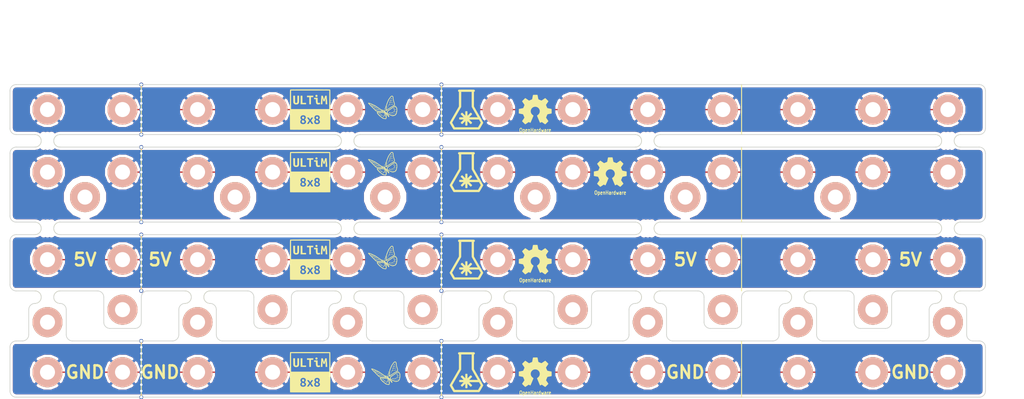
<source format=kicad_pcb>
(kicad_pcb (version 4) (host pcbnew 4.0.1-3.201512221401+6198~38~ubuntu15.10.1-stable)
  (layers (0 F.Cu signal) (31 B.Cu signal) (34 B.Paste user) (35 F.Paste user) (36 B.SilkS user) (37 F.SilkS user) (38 B.Mask user) (39 F.Mask user) (44 Edge.Cuts user))
  (net 0 "")
  (net 1 /ROW1)
  (net 2 /ROW2)
  (net 3 /ROW3)
  (net 4 /ROW4)
  (module ultim8x8_libs:via_0.8 (layer F.Cu) (at 54.61 43.18)
    (fp_text reference REF**119 hide)
    (fp_text value via_0.8 hide)
    (pad 1 thru_hole circle (at 0 0) (size 0.8 0.8) (drill 0.5) (layers *.Cu) (net 1 /ROW1))
  )
  (module ultim8x8_libs:via_0.8 (layer F.Cu) (at 54.61 41.91)
    (fp_text reference REF**118 hide)
    (fp_text value via_0.8 hide)
    (pad 1 thru_hole circle (at 0 0) (size 0.8 0.8) (drill 0.5) (layers *.Cu) (net 1 /ROW1))
  )
  (module ultim8x8_libs:via_0.8 (layer F.Cu) (at 54.61 40.64)
    (fp_text reference REF**117 hide)
    (fp_text value via_0.8 hide)
    (pad 1 thru_hole circle (at 0 0) (size 0.8 0.8) (drill 0.5) (layers *.Cu) (net 1 /ROW1))
  )
  (module ultim8x8_libs:via_0.8 (layer F.Cu) (at 54.61 39.37)
    (fp_text reference REF**116 hide)
    (fp_text value via_0.8 hide)
    (pad 1 thru_hole circle (at 0 0) (size 0.8 0.8) (drill 0.5) (layers *.Cu) (net 1 /ROW1))
  )
  (module ultim8x8_libs:via_0.8 (layer F.Cu) (at 54.61 38.1)
    (fp_text reference REF**115 hide)
    (fp_text value via_0.8 hide)
    (pad 1 thru_hole circle (at 0 0) (size 0.8 0.8) (drill 0.5) (layers *.Cu) (net 1 /ROW1))
  )
  (module ultim8x8_libs:via_0.8 (layer F.Cu) (at 54.61 36.83)
    (fp_text reference REF**114 hide)
    (fp_text value via_0.8 hide)
    (pad 1 thru_hole circle (at 0 0) (size 0.8 0.8) (drill 0.5) (layers *.Cu) (net 1 /ROW1))
  )
  (module ultim8x8_libs:via_0.8 (layer F.Cu) (at 54.61 35.56)
    (fp_text reference REF**113 hide)
    (fp_text value via_0.8 hide)
    (pad 1 thru_hole circle (at 0 0) (size 0.8 0.8) (drill 0.5) (layers *.Cu) (net 1 /ROW1))
  )
  (module ultim8x8_libs:via_0.8 (layer F.Cu) (at 54.61 34.29)
    (fp_text reference REF**112 hide)
    (fp_text value via_0.8 hide)
    (pad 1 thru_hole circle (at 0 0) (size 0.8 0.8) (drill 0.5) (layers *.Cu) (net 1 /ROW1))
  )
  (module ultim8x8_libs:via_0.8 (layer F.Cu) (at 54.61 60.96)
    (fp_text reference REF**111113 hide)
    (fp_text value via_0.8 hide)
    (pad 1 thru_hole circle (at 0 0) (size 0.8 0.8) (drill 0.5) (layers *.Cu) (net 2 /ROW2))
  )
  (module ultim8x8_libs:via_0.8 (layer F.Cu) (at 54.61 59.69)
    (fp_text reference REF**111112 hide)
    (fp_text value via_0.8 hide)
    (pad 1 thru_hole circle (at 0 0) (size 0.8 0.8) (drill 0.5) (layers *.Cu) (net 2 /ROW2))
  )
  (module ultim8x8_libs:via_0.8 (layer F.Cu) (at 54.61 58.42)
    (fp_text reference REF**111111 hide)
    (fp_text value via_0.8 hide)
    (pad 1 thru_hole circle (at 0 0) (size 0.8 0.8) (drill 0.5) (layers *.Cu) (net 2 /ROW2))
  )
  (module ultim8x8_libs:via_0.8 (layer F.Cu) (at 54.61 57.15)
    (fp_text reference REF**111110 hide)
    (fp_text value via_0.8 hide)
    (pad 1 thru_hole circle (at 0 0) (size 0.8 0.8) (drill 0.5) (layers *.Cu) (net 2 /ROW2))
  )
  (module ultim8x8_libs:via_0.8 (layer F.Cu) (at 54.61 55.88)
    (fp_text reference REF**11119 hide)
    (fp_text value via_0.8 hide)
    (pad 1 thru_hole circle (at 0 0) (size 0.8 0.8) (drill 0.5) (layers *.Cu) (net 2 /ROW2))
  )
  (module ultim8x8_libs:via_0.8 (layer F.Cu) (at 54.61 54.61)
    (fp_text reference REF**11118 hide)
    (fp_text value via_0.8 hide)
    (pad 1 thru_hole circle (at 0 0) (size 0.8 0.8) (drill 0.5) (layers *.Cu) (net 2 /ROW2))
  )
  (module ultim8x8_libs:via_0.8 (layer F.Cu) (at 54.61 53.34)
    (fp_text reference REF**11117 hide)
    (fp_text value via_0.8 hide)
    (pad 1 thru_hole circle (at 0 0) (size 0.8 0.8) (drill 0.5) (layers *.Cu) (net 2 /ROW2))
  )
  (module ultim8x8_libs:via_0.8 (layer F.Cu) (at 54.61 52.07)
    (fp_text reference REF**11116 hide)
    (fp_text value via_0.8 hide)
    (pad 1 thru_hole circle (at 0 0) (size 0.8 0.8) (drill 0.5) (layers *.Cu) (net 2 /ROW2))
  )
  (module ultim8x8_libs:via_0.8 (layer F.Cu) (at 54.61 50.8)
    (fp_text reference REF**11115 hide)
    (fp_text value via_0.8 hide)
    (pad 1 thru_hole circle (at 0 0) (size 0.8 0.8) (drill 0.5) (layers *.Cu) (net 2 /ROW2))
  )
  (module ultim8x8_libs:via_0.8 (layer F.Cu) (at 54.61 49.53)
    (fp_text reference REF**11114 hide)
    (fp_text value via_0.8 hide)
    (pad 1 thru_hole circle (at 0 0) (size 0.8 0.8) (drill 0.5) (layers *.Cu) (net 2 /ROW2))
  )
  (module ultim8x8_libs:via_0.8 (layer F.Cu) (at 54.61 48.26)
    (fp_text reference REF**11113 hide)
    (fp_text value via_0.8 hide)
    (pad 1 thru_hole circle (at 0 0) (size 0.8 0.8) (drill 0.5) (layers *.Cu) (net 2 /ROW2))
  )
  (module ultim8x8_libs:via_0.8 (layer F.Cu) (at 54.61 46.99)
    (fp_text reference REF**11112 hide)
    (fp_text value via_0.8 hide)
    (pad 1 thru_hole circle (at 0 0) (size 0.8 0.8) (drill 0.5) (layers *.Cu) (net 2 /ROW2))
  )
  (module ultim8x8_libs:via_0.8 (layer F.Cu) (at 54.61 74.93)
    (fp_text reference REF**11111110 hide)
    (fp_text value via_0.8 hide)
    (pad 1 thru_hole circle (at 0 0) (size 0.8 0.8) (drill 0.5) (layers *.Cu) (net 3 /ROW3))
  )
  (module ultim8x8_libs:via_0.8 (layer F.Cu) (at 54.61 73.66)
    (fp_text reference REF**1111119 hide)
    (fp_text value via_0.8 hide)
    (pad 1 thru_hole circle (at 0 0) (size 0.8 0.8) (drill 0.5) (layers *.Cu) (net 3 /ROW3))
  )
  (module ultim8x8_libs:via_0.8 (layer F.Cu) (at 54.61 72.39)
    (fp_text reference REF**1111118 hide)
    (fp_text value via_0.8 hide)
    (pad 1 thru_hole circle (at 0 0) (size 0.8 0.8) (drill 0.5) (layers *.Cu) (net 3 /ROW3))
  )
  (module ultim8x8_libs:via_0.8 (layer F.Cu) (at 54.61 71.12)
    (fp_text reference REF**1111117 hide)
    (fp_text value via_0.8 hide)
    (pad 1 thru_hole circle (at 0 0) (size 0.8 0.8) (drill 0.5) (layers *.Cu) (net 3 /ROW3))
  )
  (module ultim8x8_libs:via_0.8 (layer F.Cu) (at 54.61 69.85)
    (fp_text reference REF**1111116 hide)
    (fp_text value via_0.8 hide)
    (pad 1 thru_hole circle (at 0 0) (size 0.8 0.8) (drill 0.5) (layers *.Cu) (net 3 /ROW3))
  )
  (module ultim8x8_libs:via_0.8 (layer F.Cu) (at 54.61 68.58)
    (fp_text reference REF**1111115 hide)
    (fp_text value via_0.8 hide)
    (pad 1 thru_hole circle (at 0 0) (size 0.8 0.8) (drill 0.5) (layers *.Cu) (net 3 /ROW3))
  )
  (module ultim8x8_libs:via_0.8 (layer F.Cu) (at 54.61 67.31)
    (fp_text reference REF**1111114 hide)
    (fp_text value via_0.8 hide)
    (pad 1 thru_hole circle (at 0 0) (size 0.8 0.8) (drill 0.5) (layers *.Cu) (net 3 /ROW3))
  )
  (module ultim8x8_libs:via_0.8 (layer F.Cu) (at 54.61 66.04)
    (fp_text reference REF**1111113 hide)
    (fp_text value via_0.8 hide)
    (pad 1 thru_hole circle (at 0 0) (size 0.8 0.8) (drill 0.5) (layers *.Cu) (net 3 /ROW3))
  )
  (module ultim8x8_libs:via_0.8 (layer F.Cu) (at 54.61 64.77)
    (fp_text reference REF**1111112 hide)
    (fp_text value via_0.8 hide)
    (pad 1 thru_hole circle (at 0 0) (size 0.8 0.8) (drill 0.5) (layers *.Cu) (net 3 /ROW3))
  )
  (module ultim8x8_libs:via_0.8 (layer F.Cu) (at 54.61 96.52)
    (fp_text reference REF**1111111110 hide)
    (fp_text value via_0.8 hide)
    (pad 1 thru_hole circle (at 0 0) (size 0.8 0.8) (drill 0.5) (layers *.Cu) (net 4 /ROW4))
  )
  (module ultim8x8_libs:via_0.8 (layer F.Cu) (at 54.61 95.25)
    (fp_text reference REF**111111119 hide)
    (fp_text value via_0.8 hide)
    (pad 1 thru_hole circle (at 0 0) (size 0.8 0.8) (drill 0.5) (layers *.Cu) (net 4 /ROW4))
  )
  (module ultim8x8_libs:via_0.8 (layer F.Cu) (at 54.61 93.98)
    (fp_text reference REF**111111118 hide)
    (fp_text value via_0.8 hide)
    (pad 1 thru_hole circle (at 0 0) (size 0.8 0.8) (drill 0.5) (layers *.Cu) (net 4 /ROW4))
  )
  (module ultim8x8_libs:via_0.8 (layer F.Cu) (at 54.61 92.71)
    (fp_text reference REF**111111117 hide)
    (fp_text value via_0.8 hide)
    (pad 1 thru_hole circle (at 0 0) (size 0.8 0.8) (drill 0.5) (layers *.Cu) (net 4 /ROW4))
  )
  (module ultim8x8_libs:via_0.8 (layer F.Cu) (at 54.61 91.44)
    (fp_text reference REF**111111116 hide)
    (fp_text value via_0.8 hide)
    (pad 1 thru_hole circle (at 0 0) (size 0.8 0.8) (drill 0.5) (layers *.Cu) (net 4 /ROW4))
  )
  (module ultim8x8_libs:via_0.8 (layer F.Cu) (at 54.61 90.17)
    (fp_text reference REF**111111115 hide)
    (fp_text value via_0.8 hide)
    (pad 1 thru_hole circle (at 0 0) (size 0.8 0.8) (drill 0.5) (layers *.Cu) (net 4 /ROW4))
  )
  (module ultim8x8_libs:via_0.8 (layer F.Cu) (at 54.61 88.9)
    (fp_text reference REF**111111114 hide)
    (fp_text value via_0.8 hide)
    (pad 1 thru_hole circle (at 0 0) (size 0.8 0.8) (drill 0.5) (layers *.Cu) (net 4 /ROW4))
  )
  (module ultim8x8_libs:via_0.8 (layer F.Cu) (at 54.61 87.63)
    (fp_text reference REF**111111113 hide)
    (fp_text value via_0.8 hide)
    (pad 1 thru_hole circle (at 0 0) (size 0.8 0.8) (drill 0.5) (layers *.Cu) (net 4 /ROW4))
  )
  (module ultim8x8_libs:via_0.8 (layer F.Cu) (at 54.61 86.36)
    (fp_text reference REF**111111112 hide)
    (fp_text value via_0.8 hide)
    (pad 1 thru_hole circle (at 0 0) (size 0.8 0.8) (drill 0.5) (layers *.Cu) (net 4 /ROW4))
  )
  (module ultim8x8_libs:via_0.8 (layer F.Cu) (at 115.57 96.52)
    (fp_text reference REF**1111111110 hide)
    (fp_text value via_0.8 hide)
    (pad 1 thru_hole circle (at 0 0) (size 0.8 0.8) (drill 0.5) (layers *.Cu) (net 4 /ROW4))
  )
  (module ultim8x8_libs:via_0.8 (layer F.Cu) (at 115.57 95.25)
    (fp_text reference REF**111111119 hide)
    (fp_text value via_0.8 hide)
    (pad 1 thru_hole circle (at 0 0) (size 0.8 0.8) (drill 0.5) (layers *.Cu) (net 4 /ROW4))
  )
  (module ultim8x8_libs:via_0.8 (layer F.Cu) (at 115.57 93.98)
    (fp_text reference REF**111111118 hide)
    (fp_text value via_0.8 hide)
    (pad 1 thru_hole circle (at 0 0) (size 0.8 0.8) (drill 0.5) (layers *.Cu) (net 4 /ROW4))
  )
  (module ultim8x8_libs:via_0.8 (layer F.Cu) (at 115.57 92.71)
    (fp_text reference REF**111111117 hide)
    (fp_text value via_0.8 hide)
    (pad 1 thru_hole circle (at 0 0) (size 0.8 0.8) (drill 0.5) (layers *.Cu) (net 4 /ROW4))
  )
  (module ultim8x8_libs:via_0.8 (layer F.Cu) (at 115.57 91.44)
    (fp_text reference REF**111111116 hide)
    (fp_text value via_0.8 hide)
    (pad 1 thru_hole circle (at 0 0) (size 0.8 0.8) (drill 0.5) (layers *.Cu) (net 4 /ROW4))
  )
  (module ultim8x8_libs:via_0.8 (layer F.Cu) (at 115.57 90.17)
    (fp_text reference REF**111111115 hide)
    (fp_text value via_0.8 hide)
    (pad 1 thru_hole circle (at 0 0) (size 0.8 0.8) (drill 0.5) (layers *.Cu) (net 4 /ROW4))
  )
  (module ultim8x8_libs:via_0.8 (layer F.Cu) (at 115.57 88.9)
    (fp_text reference REF**111111114 hide)
    (fp_text value via_0.8 hide)
    (pad 1 thru_hole circle (at 0 0) (size 0.8 0.8) (drill 0.5) (layers *.Cu) (net 4 /ROW4))
  )
  (module ultim8x8_libs:via_0.8 (layer F.Cu) (at 115.57 87.63)
    (fp_text reference REF**111111113 hide)
    (fp_text value via_0.8 hide)
    (pad 1 thru_hole circle (at 0 0) (size 0.8 0.8) (drill 0.5) (layers *.Cu) (net 4 /ROW4))
  )
  (module ultim8x8_libs:via_0.8 (layer F.Cu) (at 115.57 86.36)
    (fp_text reference REF**111111112 hide)
    (fp_text value via_0.8 hide)
    (pad 1 thru_hole circle (at 0 0) (size 0.8 0.8) (drill 0.5) (layers *.Cu) (net 4 /ROW4))
  )
  (module ultim8x8_libs:via_0.8 (layer F.Cu) (at 115.57 74.93)
    (fp_text reference REF**11111110 hide)
    (fp_text value via_0.8 hide)
    (pad 1 thru_hole circle (at 0 0) (size 0.8 0.8) (drill 0.5) (layers *.Cu) (net 3 /ROW3))
  )
  (module ultim8x8_libs:via_0.8 (layer F.Cu) (at 115.57 73.66)
    (fp_text reference REF**1111119 hide)
    (fp_text value via_0.8 hide)
    (pad 1 thru_hole circle (at 0 0) (size 0.8 0.8) (drill 0.5) (layers *.Cu) (net 3 /ROW3))
  )
  (module ultim8x8_libs:via_0.8 (layer F.Cu) (at 115.57 72.39)
    (fp_text reference REF**1111118 hide)
    (fp_text value via_0.8 hide)
    (pad 1 thru_hole circle (at 0 0) (size 0.8 0.8) (drill 0.5) (layers *.Cu) (net 3 /ROW3))
  )
  (module ultim8x8_libs:via_0.8 (layer F.Cu) (at 115.57 71.12)
    (fp_text reference REF**1111117 hide)
    (fp_text value via_0.8 hide)
    (pad 1 thru_hole circle (at 0 0) (size 0.8 0.8) (drill 0.5) (layers *.Cu) (net 3 /ROW3))
  )
  (module ultim8x8_libs:via_0.8 (layer F.Cu) (at 115.57 69.85)
    (fp_text reference REF**1111116 hide)
    (fp_text value via_0.8 hide)
    (pad 1 thru_hole circle (at 0 0) (size 0.8 0.8) (drill 0.5) (layers *.Cu) (net 3 /ROW3))
  )
  (module ultim8x8_libs:via_0.8 (layer F.Cu) (at 115.57 68.58)
    (fp_text reference REF**1111115 hide)
    (fp_text value via_0.8 hide)
    (pad 1 thru_hole circle (at 0 0) (size 0.8 0.8) (drill 0.5) (layers *.Cu) (net 3 /ROW3))
  )
  (module ultim8x8_libs:via_0.8 (layer F.Cu) (at 115.57 67.31)
    (fp_text reference REF**1111114 hide)
    (fp_text value via_0.8 hide)
    (pad 1 thru_hole circle (at 0 0) (size 0.8 0.8) (drill 0.5) (layers *.Cu) (net 3 /ROW3))
  )
  (module ultim8x8_libs:via_0.8 (layer F.Cu) (at 115.57 66.04)
    (fp_text reference REF**1111113 hide)
    (fp_text value via_0.8 hide)
    (pad 1 thru_hole circle (at 0 0) (size 0.8 0.8) (drill 0.5) (layers *.Cu) (net 3 /ROW3))
  )
  (module ultim8x8_libs:via_0.8 (layer F.Cu) (at 115.57 64.77)
    (fp_text reference REF**1111112 hide)
    (fp_text value via_0.8 hide)
    (pad 1 thru_hole circle (at 0 0) (size 0.8 0.8) (drill 0.5) (layers *.Cu) (net 3 /ROW3))
  )
  (module ultim8x8_libs:via_0.8 (layer F.Cu) (at 115.57 60.96)
    (fp_text reference REF**111113 hide)
    (fp_text value via_0.8 hide)
    (pad 1 thru_hole circle (at 0 0) (size 0.8 0.8) (drill 0.5) (layers *.Cu) (net 2 /ROW2))
  )
  (module ultim8x8_libs:via_0.8 (layer F.Cu) (at 115.57 59.69)
    (fp_text reference REF**111112 hide)
    (fp_text value via_0.8 hide)
    (pad 1 thru_hole circle (at 0 0) (size 0.8 0.8) (drill 0.5) (layers *.Cu) (net 2 /ROW2))
  )
  (module ultim8x8_libs:via_0.8 (layer F.Cu) (at 115.57 58.42)
    (fp_text reference REF**111111 hide)
    (fp_text value via_0.8 hide)
    (pad 1 thru_hole circle (at 0 0) (size 0.8 0.8) (drill 0.5) (layers *.Cu) (net 2 /ROW2))
  )
  (module ultim8x8_libs:via_0.8 (layer F.Cu) (at 115.57 57.15)
    (fp_text reference REF**111110 hide)
    (fp_text value via_0.8 hide)
    (pad 1 thru_hole circle (at 0 0) (size 0.8 0.8) (drill 0.5) (layers *.Cu) (net 2 /ROW2))
  )
  (module ultim8x8_libs:via_0.8 (layer F.Cu) (at 115.57 55.88)
    (fp_text reference REF**11119 hide)
    (fp_text value via_0.8 hide)
    (pad 1 thru_hole circle (at 0 0) (size 0.8 0.8) (drill 0.5) (layers *.Cu) (net 2 /ROW2))
  )
  (module ultim8x8_libs:via_0.8 (layer F.Cu) (at 115.57 54.61)
    (fp_text reference REF**11118 hide)
    (fp_text value via_0.8 hide)
    (pad 1 thru_hole circle (at 0 0) (size 0.8 0.8) (drill 0.5) (layers *.Cu) (net 2 /ROW2))
  )
  (module ultim8x8_libs:via_0.8 (layer F.Cu) (at 115.57 53.34)
    (fp_text reference REF**11117 hide)
    (fp_text value via_0.8 hide)
    (pad 1 thru_hole circle (at 0 0) (size 0.8 0.8) (drill 0.5) (layers *.Cu) (net 2 /ROW2))
  )
  (module ultim8x8_libs:via_0.8 (layer F.Cu) (at 115.57 52.07)
    (fp_text reference REF**11116 hide)
    (fp_text value via_0.8 hide)
    (pad 1 thru_hole circle (at 0 0) (size 0.8 0.8) (drill 0.5) (layers *.Cu) (net 2 /ROW2))
  )
  (module ultim8x8_libs:via_0.8 (layer F.Cu) (at 115.57 50.8)
    (fp_text reference REF**11115 hide)
    (fp_text value via_0.8 hide)
    (pad 1 thru_hole circle (at 0 0) (size 0.8 0.8) (drill 0.5) (layers *.Cu) (net 2 /ROW2))
  )
  (module ultim8x8_libs:via_0.8 (layer F.Cu) (at 115.57 49.53)
    (fp_text reference REF**11114 hide)
    (fp_text value via_0.8 hide)
    (pad 1 thru_hole circle (at 0 0) (size 0.8 0.8) (drill 0.5) (layers *.Cu) (net 2 /ROW2))
  )
  (module ultim8x8_libs:via_0.8 (layer F.Cu) (at 115.57 48.26)
    (fp_text reference REF**11113 hide)
    (fp_text value via_0.8 hide)
    (pad 1 thru_hole circle (at 0 0) (size 0.8 0.8) (drill 0.5) (layers *.Cu) (net 2 /ROW2))
  )
  (module ultim8x8_libs:via_0.8 (layer F.Cu) (at 115.57 46.99)
    (fp_text reference REF**11112 hide)
    (fp_text value via_0.8 hide)
    (pad 1 thru_hole circle (at 0 0) (size 0.8 0.8) (drill 0.5) (layers *.Cu) (net 2 /ROW2))
  )
  (module ultim8x8_libs:via_0.8 (layer F.Cu) (at 115.57 43.18)
    (fp_text reference REF**1119 hide)
    (fp_text value via_0.8 hide)
    (pad 1 thru_hole circle (at 0 0) (size 0.8 0.8) (drill 0.5) (layers *.Cu) (net 1 /ROW1))
  )
  (module ultim8x8_libs:via_0.8 (layer F.Cu) (at 115.57 41.91)
    (fp_text reference REF**1118 hide)
    (fp_text value via_0.8 hide)
    (pad 1 thru_hole circle (at 0 0) (size 0.8 0.8) (drill 0.5) (layers *.Cu) (net 1 /ROW1))
  )
  (module ultim8x8_libs:via_0.8 (layer F.Cu) (at 115.57 40.64)
    (fp_text reference REF**1117 hide)
    (fp_text value via_0.8 hide)
    (pad 1 thru_hole circle (at 0 0) (size 0.8 0.8) (drill 0.5) (layers *.Cu) (net 1 /ROW1))
  )
  (module ultim8x8_libs:via_0.8 (layer F.Cu) (at 115.57 39.37)
    (fp_text reference REF**1116 hide)
    (fp_text value via_0.8 hide)
    (pad 1 thru_hole circle (at 0 0) (size 0.8 0.8) (drill 0.5) (layers *.Cu) (net 1 /ROW1))
  )
  (module ultim8x8_libs:via_0.8 (layer F.Cu) (at 115.57 38.1)
    (fp_text reference REF**1115 hide)
    (fp_text value via_0.8 hide)
    (pad 1 thru_hole circle (at 0 0) (size 0.8 0.8) (drill 0.5) (layers *.Cu) (net 1 /ROW1))
  )
  (module ultim8x8_libs:via_0.8 (layer F.Cu) (at 115.57 36.83)
    (fp_text reference REF**1114 hide)
    (fp_text value via_0.8 hide)
    (pad 1 thru_hole circle (at 0 0) (size 0.8 0.8) (drill 0.5) (layers *.Cu) (net 1 /ROW1))
  )
  (module ultim8x8_libs:via_0.8 (layer F.Cu) (at 115.57 35.56)
    (fp_text reference REF**1113 hide)
    (fp_text value via_0.8 hide)
    (pad 1 thru_hole circle (at 0 0) (size 0.8 0.8) (drill 0.5) (layers *.Cu) (net 1 /ROW1))
  )
  (module ultim8x8_libs:via_0.8 (layer F.Cu) (at 115.57 34.29)
    (fp_text reference REF**1112 hide)
    (fp_text value via_0.8 hide)
    (pad 1 thru_hole circle (at 0 0) (size 0.8 0.8) (drill 0.5) (layers *.Cu) (net 1 /ROW1))
  )
  (module ultim8x8_libs:via_0.8 (layer F.Cu) (at 54.61 33.02)
    (fp_text reference REF**111 hide)
    (fp_text value via_0.8 hide)
    (pad 1 thru_hole circle (at 0 0) (size 0.8 0.8) (drill 0.5) (layers *.Cu) (net 1 /ROW1))
  )
  (module ultim8x8_libs:via_0.8 (layer F.Cu) (at 54.61 45.72)
    (fp_text reference REF**11111 hide)
    (fp_text value via_0.8 hide)
    (pad 1 thru_hole circle (at 0 0) (size 0.8 0.8) (drill 0.5) (layers *.Cu) (net 2 /ROW2))
  )
  (module ultim8x8_libs:via_0.8 (layer F.Cu) (at 54.61 63.5)
    (fp_text reference REF**1111111 hide)
    (fp_text value via_0.8 hide)
    (pad 1 thru_hole circle (at 0 0) (size 0.8 0.8) (drill 0.5) (layers *.Cu) (net 3 /ROW3))
  )
  (module ultim8x8_libs:via_0.8 (layer F.Cu) (at 54.61 85.09)
    (fp_text reference REF**111111111 hide)
    (fp_text value via_0.8 hide)
    (pad 1 thru_hole circle (at 0 0) (size 0.8 0.8) (drill 0.5) (layers *.Cu) (net 4 /ROW4))
  )
  (module ultim8x8_libs:via_0.8 (layer F.Cu) (at 115.57 85.09)
    (fp_text reference REF**111111111 hide)
    (fp_text value via_0.8 hide)
    (pad 1 thru_hole circle (at 0 0) (size 0.8 0.8) (drill 0.5) (layers *.Cu) (net 4 /ROW4))
  )
  (module ultim8x8_libs:via_0.8 (layer F.Cu) (at 115.57 63.5)
    (fp_text reference REF**1111111 hide)
    (fp_text value via_0.8 hide)
    (pad 1 thru_hole circle (at 0 0) (size 0.8 0.8) (drill 0.5) (layers *.Cu) (net 3 /ROW3))
  )
  (module ultim8x8_libs:via_0.8 (layer F.Cu) (at 115.57 45.72)
    (fp_text reference REF**11111 hide)
    (fp_text value via_0.8 hide)
    (pad 1 thru_hole circle (at 0 0) (size 0.8 0.8) (drill 0.5) (layers *.Cu) (net 2 /ROW2))
  )
  (module ultim8x8_libs:via_0.8 (layer F.Cu) (at 115.57 33.02)
    (fp_text reference REF**1111 hide)
    (fp_text value via_0.8 hide)
    (pad 1 thru_hole circle (at 0 0) (size 0.8 0.8) (drill 0.5) (layers *.Cu) (net 1 /ROW1))
  )
  (module ultim8x8_libs:Screw (layer F.Cu) (at 35.56 91.44 180)
    (fp_text reference P70 hide)
    (fp_text value CONN_1 hide)
    (pad 1 thru_hole circle (at 0 0 180) (size 6.096 6.096) (drill 3.048) (layers *.Cu *.Paste *.SilkS *.Mask) (net 4 /ROW4))
  )
  (module ultim8x8_libs:Screw (layer F.Cu) (at 35.56 81.28 180)
    (fp_text reference P71 hide)
    (fp_text value CONN_1 hide)
    (pad 1 thru_hole circle (at 0 0 180) (size 6.096 6.096) (drill 3.048) (layers *.Cu *.Paste *.SilkS *.Mask))
  )
  (module ultim8x8_libs:Screw (layer F.Cu) (at 35.56 68.58)
    (fp_text reference P69 hide)
    (fp_text value CONN_1 hide)
    (pad 1 thru_hole circle (at 0 0) (size 6.096 6.096) (drill 3.048) (layers *.Cu *.Paste *.SilkS *.Mask) (net 3 /ROW3))
  )
  (module ultim8x8_libs:Screw (layer F.Cu) (at 35.56 50.8)
    (fp_text reference P68 hide)
    (fp_text value CONN_1 hide)
    (pad 1 thru_hole circle (at 0 0) (size 6.096 6.096) (drill 3.048) (layers *.Cu *.Paste *.SilkS *.Mask) (net 2 /ROW2))
  )
  (module ultim8x8_libs:Screw (layer F.Cu) (at 35.56 38.1)
    (fp_text reference P67 hide)
    (fp_text value CONN_1 hide)
    (pad 1 thru_hole circle (at 0 0) (size 6.096 6.096) (drill 3.048) (layers *.Cu *.Paste *.SilkS *.Mask) (net 1 /ROW1))
  )
  (module ultim8x8_libs:Screw (layer F.Cu) (at 66.04 81.28 180)
    (fp_text reference P61 hide)
    (fp_text value CONN_1 hide)
    (pad 1 thru_hole circle (at 0 0 180) (size 6.096 6.096) (drill 3.048) (layers *.Cu *.Paste *.SilkS *.Mask))
  )
  (module ultim8x8_libs:Screw (layer F.Cu) (at 96.52 81.28 180)
    (fp_text reference P62 hide)
    (fp_text value CONN_1 hide)
    (pad 1 thru_hole circle (at 0 0 180) (size 6.096 6.096) (drill 3.048) (layers *.Cu *.Paste *.SilkS *.Mask))
  )
  (module ultim8x8_libs:Screw (layer F.Cu) (at 127 81.28 180)
    (fp_text reference P63 hide)
    (fp_text value CONN_1 hide)
    (pad 1 thru_hole circle (at 0 0 180) (size 6.096 6.096) (drill 3.048) (layers *.Cu *.Paste *.SilkS *.Mask))
  )
  (module ultim8x8_libs:Screw (layer F.Cu) (at 157.48 81.28 180)
    (fp_text reference P64 hide)
    (fp_text value CONN_1 hide)
    (pad 1 thru_hole circle (at 0 0 180) (size 6.096 6.096) (drill 3.048) (layers *.Cu *.Paste *.SilkS *.Mask))
  )
  (module ultim8x8_libs:Screw (layer F.Cu) (at 187.96 81.28 180)
    (fp_text reference P65 hide)
    (fp_text value CONN_1 hide)
    (pad 1 thru_hole circle (at 0 0 180) (size 6.096 6.096) (drill 3.048) (layers *.Cu *.Paste *.SilkS *.Mask))
  )
  (module ultim8x8_libs:Screw (layer F.Cu) (at 218.44 81.28 180)
    (fp_text reference P66 hide)
    (fp_text value CONN_1 hide)
    (pad 1 thru_hole circle (at 0 0 180) (size 6.096 6.096) (drill 3.048) (layers *.Cu *.Paste *.SilkS *.Mask))
  )
  (module ultim8x8_libs:Screw (layer F.Cu) (at 50.8 91.44 180)
    (fp_text reference P49 hide)
    (fp_text value CONN_1 hide)
    (pad 1 thru_hole circle (at 0 0 180) (size 6.096 6.096) (drill 3.048) (layers *.Cu *.Paste *.SilkS *.Mask) (net 4 /ROW4))
  )
  (module ultim8x8_libs:Screw (layer F.Cu) (at 66.04 91.44 180)
    (fp_text reference P50 hide)
    (fp_text value CONN_1 hide)
    (pad 1 thru_hole circle (at 0 0 180) (size 6.096 6.096) (drill 3.048) (layers *.Cu *.Paste *.SilkS *.Mask) (net 4 /ROW4))
  )
  (module ultim8x8_libs:Screw (layer F.Cu) (at 81.28 91.44 180)
    (fp_text reference P51 hide)
    (fp_text value CONN_1 hide)
    (pad 1 thru_hole circle (at 0 0 180) (size 6.096 6.096) (drill 3.048) (layers *.Cu *.Paste *.SilkS *.Mask) (net 4 /ROW4))
  )
  (module ultim8x8_libs:Screw (layer F.Cu) (at 96.52 91.44 180)
    (fp_text reference P52 hide)
    (fp_text value CONN_1 hide)
    (pad 1 thru_hole circle (at 0 0 180) (size 6.096 6.096) (drill 3.048) (layers *.Cu *.Paste *.SilkS *.Mask) (net 4 /ROW4))
  )
  (module ultim8x8_libs:Screw (layer F.Cu) (at 111.76 91.44 180)
    (fp_text reference P53 hide)
    (fp_text value CONN_1 hide)
    (pad 1 thru_hole circle (at 0 0 180) (size 6.096 6.096) (drill 3.048) (layers *.Cu *.Paste *.SilkS *.Mask) (net 4 /ROW4))
  )
  (module ultim8x8_libs:Screw (layer F.Cu) (at 127 91.44 180)
    (fp_text reference P54 hide)
    (fp_text value CONN_1 hide)
    (pad 1 thru_hole circle (at 0 0 180) (size 6.096 6.096) (drill 3.048) (layers *.Cu *.Paste *.SilkS *.Mask) (net 4 /ROW4))
  )
  (module ultim8x8_libs:Screw (layer F.Cu) (at 142.24 91.44 180)
    (fp_text reference P55 hide)
    (fp_text value CONN_1 hide)
    (pad 1 thru_hole circle (at 0 0 180) (size 6.096 6.096) (drill 3.048) (layers *.Cu *.Paste *.SilkS *.Mask) (net 4 /ROW4))
  )
  (module ultim8x8_libs:Screw (layer F.Cu) (at 157.48 91.44 180)
    (fp_text reference P56 hide)
    (fp_text value CONN_1 hide)
    (pad 1 thru_hole circle (at 0 0 180) (size 6.096 6.096) (drill 3.048) (layers *.Cu *.Paste *.SilkS *.Mask) (net 4 /ROW4))
  )
  (module ultim8x8_libs:Screw (layer F.Cu) (at 172.72 91.44 180)
    (fp_text reference P57 hide)
    (fp_text value CONN_1 hide)
    (pad 1 thru_hole circle (at 0 0 180) (size 6.096 6.096) (drill 3.048) (layers *.Cu *.Paste *.SilkS *.Mask) (net 4 /ROW4))
  )
  (module ultim8x8_libs:Screw (layer F.Cu) (at 187.96 91.44 180)
    (fp_text reference P58 hide)
    (fp_text value CONN_1 hide)
    (pad 1 thru_hole circle (at 0 0 180) (size 6.096 6.096) (drill 3.048) (layers *.Cu *.Paste *.SilkS *.Mask) (net 4 /ROW4))
  )
  (module ultim8x8_libs:Screw (layer F.Cu) (at 203.2 91.44 180)
    (fp_text reference P59 hide)
    (fp_text value CONN_1 hide)
    (pad 1 thru_hole circle (at 0 0 180) (size 6.096 6.096) (drill 3.048) (layers *.Cu *.Paste *.SilkS *.Mask) (net 4 /ROW4))
  )
  (module ultim8x8_libs:Screw (layer F.Cu) (at 218.44 91.44 180)
    (fp_text reference P60 hide)
    (fp_text value CONN_1 hide)
    (pad 1 thru_hole circle (at 0 0 180) (size 6.096 6.096) (drill 3.048) (layers *.Cu *.Paste *.SilkS *.Mask) (net 4 /ROW4))
  )
  (module ultim8x8_libs:Screw (layer F.Cu) (at 50.8 38.1)
    (fp_text reference P1 hide)
    (fp_text value CONN_1 hide)
    (pad 1 thru_hole circle (at 0 0) (size 6.096 6.096) (drill 3.048) (layers *.Cu *.Paste *.SilkS *.Mask) (net 1 /ROW1))
  )
  (module ultim8x8_libs:Screw (layer F.Cu) (at 81.28 38.1)
    (fp_text reference P2 hide)
    (fp_text value CONN_1 hide)
    (pad 1 thru_hole circle (at 0 0) (size 6.096 6.096) (drill 3.048) (layers *.Cu *.Paste *.SilkS *.Mask) (net 1 /ROW1))
  )
  (module ultim8x8_libs:Screw (layer F.Cu) (at 111.76 38.1)
    (fp_text reference P3 hide)
    (fp_text value CONN_1 hide)
    (pad 1 thru_hole circle (at 0 0) (size 6.096 6.096) (drill 3.048) (layers *.Cu *.Paste *.SilkS *.Mask) (net 1 /ROW1))
  )
  (module ultim8x8_libs:Screw (layer F.Cu) (at 142.24 38.1)
    (fp_text reference P4 hide)
    (fp_text value CONN_1 hide)
    (pad 1 thru_hole circle (at 0 0) (size 6.096 6.096) (drill 3.048) (layers *.Cu *.Paste *.SilkS *.Mask) (net 1 /ROW1))
  )
  (module ultim8x8_libs:Screw (layer F.Cu) (at 172.72 38.1)
    (fp_text reference P5 hide)
    (fp_text value CONN_1 hide)
    (pad 1 thru_hole circle (at 0 0) (size 6.096 6.096) (drill 3.048) (layers *.Cu *.Paste *.SilkS *.Mask) (net 1 /ROW1))
  )
  (module ultim8x8_libs:Screw (layer F.Cu) (at 203.2 38.1)
    (fp_text reference P6 hide)
    (fp_text value CONN_1 hide)
    (pad 1 thru_hole circle (at 0 0) (size 6.096 6.096) (drill 3.048) (layers *.Cu *.Paste *.SilkS *.Mask) (net 1 /ROW1))
  )
  (module ultim8x8_libs:Screw (layer F.Cu) (at 66.04 38.1)
    (fp_text reference P7 hide)
    (fp_text value CONN_1 hide)
    (pad 1 thru_hole circle (at 0 0) (size 6.096 6.096) (drill 3.048) (layers *.Cu *.Paste *.SilkS *.Mask) (net 1 /ROW1))
  )
  (module ultim8x8_libs:Screw (layer F.Cu) (at 96.52 38.1)
    (fp_text reference P8 hide)
    (fp_text value CONN_1 hide)
    (pad 1 thru_hole circle (at 0 0) (size 6.096 6.096) (drill 3.048) (layers *.Cu *.Paste *.SilkS *.Mask) (net 1 /ROW1))
  )
  (module ultim8x8_libs:Screw (layer F.Cu) (at 127 38.1)
    (fp_text reference P9 hide)
    (fp_text value CONN_1 hide)
    (pad 1 thru_hole circle (at 0 0) (size 6.096 6.096) (drill 3.048) (layers *.Cu *.Paste *.SilkS *.Mask) (net 1 /ROW1))
  )
  (module ultim8x8_libs:Screw (layer F.Cu) (at 157.48 38.1)
    (fp_text reference P10 hide)
    (fp_text value CONN_1 hide)
    (pad 1 thru_hole circle (at 0 0) (size 6.096 6.096) (drill 3.048) (layers *.Cu *.Paste *.SilkS *.Mask) (net 1 /ROW1))
  )
  (module ultim8x8_libs:Screw (layer F.Cu) (at 187.96 38.1)
    (fp_text reference P11 hide)
    (fp_text value CONN_1 hide)
    (pad 1 thru_hole circle (at 0 0) (size 6.096 6.096) (drill 3.048) (layers *.Cu *.Paste *.SilkS *.Mask) (net 1 /ROW1))
  )
  (module ultim8x8_libs:Screw (layer F.Cu) (at 218.44 38.1)
    (fp_text reference P12 hide)
    (fp_text value CONN_1 hide)
    (pad 1 thru_hole circle (at 0 0) (size 6.096 6.096) (drill 3.048) (layers *.Cu *.Paste *.SilkS *.Mask) (net 1 /ROW1))
  )
  (module ultim8x8_libs:Screw (layer F.Cu) (at 50.8 50.8)
    (fp_text reference P13 hide)
    (fp_text value CONN_1 hide)
    (pad 1 thru_hole circle (at 0 0) (size 6.096 6.096) (drill 3.048) (layers *.Cu *.Paste *.SilkS *.Mask) (net 2 /ROW2))
  )
  (module ultim8x8_libs:Screw (layer F.Cu) (at 66.04 50.8)
    (fp_text reference P14 hide)
    (fp_text value CONN_1 hide)
    (pad 1 thru_hole circle (at 0 0) (size 6.096 6.096) (drill 3.048) (layers *.Cu *.Paste *.SilkS *.Mask) (net 2 /ROW2))
  )
  (module ultim8x8_libs:Screw (layer F.Cu) (at 81.28 50.8)
    (fp_text reference P15 hide)
    (fp_text value CONN_1 hide)
    (pad 1 thru_hole circle (at 0 0) (size 6.096 6.096) (drill 3.048) (layers *.Cu *.Paste *.SilkS *.Mask) (net 2 /ROW2))
  )
  (module ultim8x8_libs:Screw (layer F.Cu) (at 96.52 50.8)
    (fp_text reference P16 hide)
    (fp_text value CONN_1 hide)
    (pad 1 thru_hole circle (at 0 0) (size 6.096 6.096) (drill 3.048) (layers *.Cu *.Paste *.SilkS *.Mask) (net 2 /ROW2))
  )
  (module ultim8x8_libs:Screw (layer F.Cu) (at 111.76 50.8)
    (fp_text reference P17 hide)
    (fp_text value CONN_1 hide)
    (pad 1 thru_hole circle (at 0 0) (size 6.096 6.096) (drill 3.048) (layers *.Cu *.Paste *.SilkS *.Mask) (net 2 /ROW2))
  )
  (module ultim8x8_libs:Screw (layer F.Cu) (at 127 50.8)
    (fp_text reference P18 hide)
    (fp_text value CONN_1 hide)
    (pad 1 thru_hole circle (at 0 0) (size 6.096 6.096) (drill 3.048) (layers *.Cu *.Paste *.SilkS *.Mask) (net 2 /ROW2))
  )
  (module ultim8x8_libs:Screw (layer F.Cu) (at 142.24 50.8)
    (fp_text reference P19 hide)
    (fp_text value CONN_1 hide)
    (pad 1 thru_hole circle (at 0 0) (size 6.096 6.096) (drill 3.048) (layers *.Cu *.Paste *.SilkS *.Mask) (net 2 /ROW2))
  )
  (module ultim8x8_libs:Screw (layer F.Cu) (at 157.48 50.8)
    (fp_text reference P20 hide)
    (fp_text value CONN_1 hide)
    (pad 1 thru_hole circle (at 0 0) (size 6.096 6.096) (drill 3.048) (layers *.Cu *.Paste *.SilkS *.Mask) (net 2 /ROW2))
  )
  (module ultim8x8_libs:Screw (layer F.Cu) (at 172.72 50.8)
    (fp_text reference P21 hide)
    (fp_text value CONN_1 hide)
    (pad 1 thru_hole circle (at 0 0) (size 6.096 6.096) (drill 3.048) (layers *.Cu *.Paste *.SilkS *.Mask) (net 2 /ROW2))
  )
  (module ultim8x8_libs:Screw (layer F.Cu) (at 187.96 50.8)
    (fp_text reference P22 hide)
    (fp_text value CONN_1 hide)
    (pad 1 thru_hole circle (at 0 0) (size 6.096 6.096) (drill 3.048) (layers *.Cu *.Paste *.SilkS *.Mask) (net 2 /ROW2))
  )
  (module ultim8x8_libs:Screw (layer F.Cu) (at 203.2 50.8)
    (fp_text reference P23 hide)
    (fp_text value CONN_1 hide)
    (pad 1 thru_hole circle (at 0 0) (size 6.096 6.096) (drill 3.048) (layers *.Cu *.Paste *.SilkS *.Mask) (net 2 /ROW2))
  )
  (module ultim8x8_libs:Screw (layer F.Cu) (at 218.44 50.8)
    (fp_text reference P24 hide)
    (fp_text value CONN_1 hide)
    (pad 1 thru_hole circle (at 0 0) (size 6.096 6.096) (drill 3.048) (layers *.Cu *.Paste *.SilkS *.Mask) (net 2 /ROW2))
  )
  (module ultim8x8_libs:Screw (layer F.Cu) (at 43.18 55.88)
    (fp_text reference P25 hide)
    (fp_text value CONN_1 hide)
    (pad 1 thru_hole circle (at 0 0) (size 6.096 6.096) (drill 3.048) (layers *.Cu *.Paste *.SilkS *.Mask) (clearance 1.27))
  )
  (module ultim8x8_libs:Screw (layer F.Cu) (at 73.66 55.88)
    (fp_text reference P26 hide)
    (fp_text value CONN_1 hide)
    (pad 1 thru_hole circle (at 0 0) (size 6.096 6.096) (drill 3.048) (layers *.Cu *.Paste *.SilkS *.Mask) (clearance 1.27))
  )
  (module ultim8x8_libs:Screw (layer F.Cu) (at 104.14 55.88)
    (fp_text reference P27 hide)
    (fp_text value CONN_1 hide)
    (pad 1 thru_hole circle (at 0 0) (size 6.096 6.096) (drill 3.048) (layers *.Cu *.Paste *.SilkS *.Mask) (clearance 1.27))
  )
  (module ultim8x8_libs:Screw (layer F.Cu) (at 134.62 55.88)
    (fp_text reference P28 hide)
    (fp_text value CONN_1 hide)
    (pad 1 thru_hole circle (at 0 0) (size 6.096 6.096) (drill 3.048) (layers *.Cu *.Paste *.SilkS *.Mask) (clearance 1.27))
  )
  (module ultim8x8_libs:Screw (layer F.Cu) (at 165.1 55.88)
    (fp_text reference P29 hide)
    (fp_text value CONN_1 hide)
    (pad 1 thru_hole circle (at 0 0) (size 6.096 6.096) (drill 3.048) (layers *.Cu *.Paste *.SilkS *.Mask) (clearance 1.27))
  )
  (module ultim8x8_libs:Screw (layer F.Cu) (at 195.58 55.88)
    (fp_text reference P30 hide)
    (fp_text value CONN_1 hide)
    (pad 1 thru_hole circle (at 0 0) (size 6.096 6.096) (drill 3.048) (layers *.Cu *.Paste *.SilkS *.Mask) (clearance 1.27))
  )
  (module ultim8x8_libs:Screw (layer F.Cu) (at 50.8 68.58)
    (fp_text reference P31 hide)
    (fp_text value CONN_1 hide)
    (pad 1 thru_hole circle (at 0 0) (size 6.096 6.096) (drill 3.048) (layers *.Cu *.Paste *.SilkS *.Mask) (net 3 /ROW3))
  )
  (module ultim8x8_libs:Screw (layer F.Cu) (at 66.04 68.58)
    (fp_text reference P32 hide)
    (fp_text value CONN_1 hide)
    (pad 1 thru_hole circle (at 0 0) (size 6.096 6.096) (drill 3.048) (layers *.Cu *.Paste *.SilkS *.Mask) (net 3 /ROW3))
  )
  (module ultim8x8_libs:Screw (layer F.Cu) (at 81.28 68.58)
    (fp_text reference P33 hide)
    (fp_text value CONN_1 hide)
    (pad 1 thru_hole circle (at 0 0) (size 6.096 6.096) (drill 3.048) (layers *.Cu *.Paste *.SilkS *.Mask) (net 3 /ROW3))
  )
  (module ultim8x8_libs:Screw (layer F.Cu) (at 96.52 68.58)
    (fp_text reference P34 hide)
    (fp_text value CONN_1 hide)
    (pad 1 thru_hole circle (at 0 0) (size 6.096 6.096) (drill 3.048) (layers *.Cu *.Paste *.SilkS *.Mask) (net 3 /ROW3))
  )
  (module ultim8x8_libs:Screw (layer F.Cu) (at 111.76 68.58)
    (fp_text reference P35 hide)
    (fp_text value CONN_1 hide)
    (pad 1 thru_hole circle (at 0 0) (size 6.096 6.096) (drill 3.048) (layers *.Cu *.Paste *.SilkS *.Mask) (net 3 /ROW3))
  )
  (module ultim8x8_libs:Screw (layer F.Cu) (at 127 68.58)
    (fp_text reference P36 hide)
    (fp_text value CONN_1 hide)
    (pad 1 thru_hole circle (at 0 0) (size 6.096 6.096) (drill 3.048) (layers *.Cu *.Paste *.SilkS *.Mask) (net 3 /ROW3))
  )
  (module ultim8x8_libs:Screw (layer F.Cu) (at 142.24 68.58)
    (fp_text reference P37 hide)
    (fp_text value CONN_1 hide)
    (pad 1 thru_hole circle (at 0 0) (size 6.096 6.096) (drill 3.048) (layers *.Cu *.Paste *.SilkS *.Mask) (net 3 /ROW3))
  )
  (module ultim8x8_libs:Screw (layer F.Cu) (at 157.48 68.58)
    (fp_text reference P38 hide)
    (fp_text value CONN_1 hide)
    (pad 1 thru_hole circle (at 0 0) (size 6.096 6.096) (drill 3.048) (layers *.Cu *.Paste *.SilkS *.Mask) (net 3 /ROW3))
  )
  (module ultim8x8_libs:Screw (layer F.Cu) (at 172.72 68.58)
    (fp_text reference P39 hide)
    (fp_text value CONN_1 hide)
    (pad 1 thru_hole circle (at 0 0) (size 6.096 6.096) (drill 3.048) (layers *.Cu *.Paste *.SilkS *.Mask) (net 3 /ROW3))
  )
  (module ultim8x8_libs:Screw (layer F.Cu) (at 187.96 68.58)
    (fp_text reference P40 hide)
    (fp_text value CONN_1 hide)
    (pad 1 thru_hole circle (at 0 0) (size 6.096 6.096) (drill 3.048) (layers *.Cu *.Paste *.SilkS *.Mask) (net 3 /ROW3))
  )
  (module ultim8x8_libs:Screw (layer F.Cu) (at 203.2 68.58)
    (fp_text reference P41 hide)
    (fp_text value CONN_1 hide)
    (pad 1 thru_hole circle (at 0 0) (size 6.096 6.096) (drill 3.048) (layers *.Cu *.Paste *.SilkS *.Mask) (net 3 /ROW3))
  )
  (module ultim8x8_libs:Screw (layer F.Cu) (at 218.44 68.58)
    (fp_text reference P42 hide)
    (fp_text value CONN_1 hide)
    (pad 1 thru_hole circle (at 0 0) (size 6.096 6.096) (drill 3.048) (layers *.Cu *.Paste *.SilkS *.Mask) (net 3 /ROW3))
  )
  (module ultim8x8_libs:Screw (layer F.Cu) (at 50.8 78.74)
    (fp_text reference P43 hide)
    (fp_text value CONN_1 hide)
    (pad 1 thru_hole circle (at 0 0) (size 6.096 6.096) (drill 3.048) (layers *.Cu *.Paste *.SilkS *.Mask))
  )
  (module ultim8x8_libs:Screw (layer F.Cu) (at 81.28 78.74)
    (fp_text reference P44 hide)
    (fp_text value CONN_1 hide)
    (pad 1 thru_hole circle (at 0 0) (size 6.096 6.096) (drill 3.048) (layers *.Cu *.Paste *.SilkS *.Mask))
  )
  (module ultim8x8_libs:Screw (layer F.Cu) (at 111.76 78.74)
    (fp_text reference P45 hide)
    (fp_text value CONN_1 hide)
    (pad 1 thru_hole circle (at 0 0) (size 6.096 6.096) (drill 3.048) (layers *.Cu *.Paste *.SilkS *.Mask))
  )
  (module ultim8x8_libs:Screw (layer F.Cu) (at 142.24 78.74)
    (fp_text reference P46 hide)
    (fp_text value CONN_1 hide)
    (pad 1 thru_hole circle (at 0 0) (size 6.096 6.096) (drill 3.048) (layers *.Cu *.Paste *.SilkS *.Mask))
  )
  (module ultim8x8_libs:Screw (layer F.Cu) (at 172.72 78.74)
    (fp_text reference P47 hide)
    (fp_text value CONN_1 hide)
    (pad 1 thru_hole circle (at 0 0) (size 6.096 6.096) (drill 3.048) (layers *.Cu *.Paste *.SilkS *.Mask))
  )
  (module ultim8x8_libs:Screw (layer F.Cu) (at 203.2 78.74)
    (fp_text reference P48 hide)
    (fp_text value CONN_1 hide)
    (pad 1 thru_hole circle (at 0 0) (size 6.096 6.096) (drill 3.048) (layers *.Cu *.Paste *.SilkS *.Mask))
  )
  (module ultim8x8_libs:OSHW_6mm (layer F.Cu) (at 134.62 38.1)
    (fp_text reference L1 hide)
    (fp_text value OSHW hide)
    (fp_text user OpenHardware (at 0 4.191) (layer F.SilkS) (effects (font (size 0.762 0.6096) (thickness 0.127))))
  )
  (module ultim8x8_libs:OSHW_6mm (layer F.Cu) (at 149.86 50.8)
    (fp_text reference L2 hide)
    (fp_text value OSHW hide)
    (fp_text user OpenHardware (at 0 4.191) (layer F.SilkS) (effects (font (size 0.762 0.6096) (thickness 0.127))))
  )
  (module ultim8x8_libs:OSHW_6mm (layer F.Cu) (at 134.62 68.58)
    (fp_text reference L3 hide)
    (fp_text value OSHW hide)
    (fp_text user OpenHardware (at 0 4.191) (layer F.SilkS) (effects (font (size 0.762 0.6096) (thickness 0.127))))
  )
  (module ultim8x8_libs:OSHW_6mm (layer F.Cu) (at 134.62 91.44)
    (fp_text reference L4 hide)
    (fp_text value OSHW hide)
    (fp_text user OpenHardware (at 0 4.191) (layer F.SilkS) (effects (font (size 0.762 0.6096) (thickness 0.127))))
  )
  (module ultim8x8_libs:logo_wyo_butterfly_small (layer F.Cu) (at 104.14 38.1)
    (fp_text reference L5 hide)
    (fp_text value WyoLum hide)
  )
  (module ultim8x8_libs:logo_wyo_butterfly_small (layer F.Cu) (at 104.14 49.53)
    (fp_text reference L6 hide)
    (fp_text value WyoLum hide)
  )
  (module ultim8x8_libs:logo_wyo_butterfly_small (layer F.Cu) (at 104.14 68.58)
    (fp_text reference L7 hide)
    (fp_text value WyoLum hide)
  )
  (module ultim8x8_libs:logo_wyo_butterfly_small (layer F.Cu) (at 104.775 92.075)
    (fp_text reference L8 hide)
    (fp_text value WyoLum hide)
  )
  (module ultim8x8_libs:logo_MLlabs_small (layer F.Cu) (at 120.65 38.1)
    (fp_text reference L9 hide)
    (fp_text value Maniacal hide)
  )
  (module ultim8x8_libs:logo_MLlabs_small (layer F.Cu) (at 120.65 50.8)
    (fp_text reference L10 hide)
    (fp_text value Maniacal hide)
  )
  (module ultim8x8_libs:logo_MLlabs_small (layer F.Cu) (at 120.65 68.58)
    (fp_text reference L11 hide)
    (fp_text value Maniacal hide)
  )
  (module ultim8x8_libs:logo_MLlabs_small (layer F.Cu) (at 120.65 91.44)
    (fp_text reference L12 hide)
    (fp_text value Maniacal hide)
  )
  (module ultim8x8_libs:logo_ultim8x8_small (layer F.Cu) (at 88.9 38.1)
    (fp_text reference L13 hide)
    (fp_text value ULTiM hide)
  )
  (module ultim8x8_libs:logo_ultim8x8_small (layer F.Cu) (at 88.9 50.8)
    (fp_text reference L14 hide)
    (fp_text value ULTiM hide)
  )
  (module ultim8x8_libs:logo_ultim8x8_small (layer F.Cu) (at 88.9 68.58)
    (fp_text reference L15 hide)
    (fp_text value ULTiM hide)
  )
  (module ultim8x8_libs:logo_ultim8x8_small (layer F.Cu) (at 88.9 91.44)
    (fp_text reference L16 hide)
    (fp_text value ULTiM hide)
  )
  (module ultim8x8_libs:mouse-bite-2.54mm-slot (layer F.Cu) (at 35.56 44.45)
    (fp_text reference M1 hide)
    (fp_text value MouseBite hide)
    (pad "" np_thru_hole circle (at 0 -1.1) (size 0.5 0.5) (drill 0.5) (layers *.Cu *.Mask))
    (pad "" np_thru_hole circle (at 0 1.1) (size 0.5 0.5) (drill 0.5) (layers *.Cu *.Mask))
    (pad "" np_thru_hole circle (at 0.8 -1.1) (size 0.5 0.5) (drill 0.5) (layers *.Cu *.Mask))
    (pad "" np_thru_hole circle (at -0.8 -1.1) (size 0.5 0.5) (drill 0.5) (layers *.Cu *.Mask))
    (pad "" np_thru_hole circle (at -0.8 1.1) (size 0.5 0.5) (drill 0.5) (layers *.Cu *.Mask))
    (pad "" np_thru_hole circle (at 0.8 1.1) (size 0.5 0.5) (drill 0.5) (layers *.Cu *.Mask))
  )
  (module ultim8x8_libs:mouse-bite-2.54mm-slot (layer F.Cu) (at 96.52 44.45)
    (fp_text reference M2 hide)
    (fp_text value MouseBite hide)
    (pad "" np_thru_hole circle (at 0 -1.1) (size 0.5 0.5) (drill 0.5) (layers *.Cu *.Mask))
    (pad "" np_thru_hole circle (at 0 1.1) (size 0.5 0.5) (drill 0.5) (layers *.Cu *.Mask))
    (pad "" np_thru_hole circle (at 0.8 -1.1) (size 0.5 0.5) (drill 0.5) (layers *.Cu *.Mask))
    (pad "" np_thru_hole circle (at -0.8 -1.1) (size 0.5 0.5) (drill 0.5) (layers *.Cu *.Mask))
    (pad "" np_thru_hole circle (at -0.8 1.1) (size 0.5 0.5) (drill 0.5) (layers *.Cu *.Mask))
    (pad "" np_thru_hole circle (at 0.8 1.1) (size 0.5 0.5) (drill 0.5) (layers *.Cu *.Mask))
  )
  (module ultim8x8_libs:mouse-bite-2.54mm-slot (layer F.Cu) (at 157.48 44.45)
    (fp_text reference M3 hide)
    (fp_text value MouseBite hide)
    (pad "" np_thru_hole circle (at 0 -1.1) (size 0.5 0.5) (drill 0.5) (layers *.Cu *.Mask))
    (pad "" np_thru_hole circle (at 0 1.1) (size 0.5 0.5) (drill 0.5) (layers *.Cu *.Mask))
    (pad "" np_thru_hole circle (at 0.8 -1.1) (size 0.5 0.5) (drill 0.5) (layers *.Cu *.Mask))
    (pad "" np_thru_hole circle (at -0.8 -1.1) (size 0.5 0.5) (drill 0.5) (layers *.Cu *.Mask))
    (pad "" np_thru_hole circle (at -0.8 1.1) (size 0.5 0.5) (drill 0.5) (layers *.Cu *.Mask))
    (pad "" np_thru_hole circle (at 0.8 1.1) (size 0.5 0.5) (drill 0.5) (layers *.Cu *.Mask))
  )
  (module ultim8x8_libs:mouse-bite-2.54mm-slot (layer F.Cu) (at 218.44 44.45)
    (fp_text reference M4 hide)
    (fp_text value MouseBite hide)
    (pad "" np_thru_hole circle (at 0 -1.1) (size 0.5 0.5) (drill 0.5) (layers *.Cu *.Mask))
    (pad "" np_thru_hole circle (at 0 1.1) (size 0.5 0.5) (drill 0.5) (layers *.Cu *.Mask))
    (pad "" np_thru_hole circle (at 0.8 -1.1) (size 0.5 0.5) (drill 0.5) (layers *.Cu *.Mask))
    (pad "" np_thru_hole circle (at -0.8 -1.1) (size 0.5 0.5) (drill 0.5) (layers *.Cu *.Mask))
    (pad "" np_thru_hole circle (at -0.8 1.1) (size 0.5 0.5) (drill 0.5) (layers *.Cu *.Mask))
    (pad "" np_thru_hole circle (at 0.8 1.1) (size 0.5 0.5) (drill 0.5) (layers *.Cu *.Mask))
  )
  (module ultim8x8_libs:mouse-bite-2.54mm-slot (layer F.Cu) (at 35.56 62.23)
    (fp_text reference M5 hide)
    (fp_text value MouseBite hide)
    (pad "" np_thru_hole circle (at 0 -1.1) (size 0.5 0.5) (drill 0.5) (layers *.Cu *.Mask))
    (pad "" np_thru_hole circle (at 0 1.1) (size 0.5 0.5) (drill 0.5) (layers *.Cu *.Mask))
    (pad "" np_thru_hole circle (at 0.8 -1.1) (size 0.5 0.5) (drill 0.5) (layers *.Cu *.Mask))
    (pad "" np_thru_hole circle (at -0.8 -1.1) (size 0.5 0.5) (drill 0.5) (layers *.Cu *.Mask))
    (pad "" np_thru_hole circle (at -0.8 1.1) (size 0.5 0.5) (drill 0.5) (layers *.Cu *.Mask))
    (pad "" np_thru_hole circle (at 0.8 1.1) (size 0.5 0.5) (drill 0.5) (layers *.Cu *.Mask))
  )
  (module ultim8x8_libs:mouse-bite-2.54mm-slot (layer F.Cu) (at 96.52 62.23)
    (fp_text reference M6 hide)
    (fp_text value MouseBite hide)
    (pad "" np_thru_hole circle (at 0 -1.1) (size 0.5 0.5) (drill 0.5) (layers *.Cu *.Mask))
    (pad "" np_thru_hole circle (at 0 1.1) (size 0.5 0.5) (drill 0.5) (layers *.Cu *.Mask))
    (pad "" np_thru_hole circle (at 0.8 -1.1) (size 0.5 0.5) (drill 0.5) (layers *.Cu *.Mask))
    (pad "" np_thru_hole circle (at -0.8 -1.1) (size 0.5 0.5) (drill 0.5) (layers *.Cu *.Mask))
    (pad "" np_thru_hole circle (at -0.8 1.1) (size 0.5 0.5) (drill 0.5) (layers *.Cu *.Mask))
    (pad "" np_thru_hole circle (at 0.8 1.1) (size 0.5 0.5) (drill 0.5) (layers *.Cu *.Mask))
  )
  (module ultim8x8_libs:mouse-bite-2.54mm-slot (layer F.Cu) (at 157.48 62.23)
    (fp_text reference M7 hide)
    (fp_text value MouseBite hide)
    (pad "" np_thru_hole circle (at 0 -1.1) (size 0.5 0.5) (drill 0.5) (layers *.Cu *.Mask))
    (pad "" np_thru_hole circle (at 0 1.1) (size 0.5 0.5) (drill 0.5) (layers *.Cu *.Mask))
    (pad "" np_thru_hole circle (at 0.8 -1.1) (size 0.5 0.5) (drill 0.5) (layers *.Cu *.Mask))
    (pad "" np_thru_hole circle (at -0.8 -1.1) (size 0.5 0.5) (drill 0.5) (layers *.Cu *.Mask))
    (pad "" np_thru_hole circle (at -0.8 1.1) (size 0.5 0.5) (drill 0.5) (layers *.Cu *.Mask))
    (pad "" np_thru_hole circle (at 0.8 1.1) (size 0.5 0.5) (drill 0.5) (layers *.Cu *.Mask))
  )
  (module ultim8x8_libs:mouse-bite-2.54mm-slot (layer F.Cu) (at 218.44 62.23)
    (fp_text reference M8 hide)
    (fp_text value MouseBite hide)
    (pad "" np_thru_hole circle (at 0 -1.1) (size 0.5 0.5) (drill 0.5) (layers *.Cu *.Mask))
    (pad "" np_thru_hole circle (at 0 1.1) (size 0.5 0.5) (drill 0.5) (layers *.Cu *.Mask))
    (pad "" np_thru_hole circle (at 0.8 -1.1) (size 0.5 0.5) (drill 0.5) (layers *.Cu *.Mask))
    (pad "" np_thru_hole circle (at -0.8 -1.1) (size 0.5 0.5) (drill 0.5) (layers *.Cu *.Mask))
    (pad "" np_thru_hole circle (at -0.8 1.1) (size 0.5 0.5) (drill 0.5) (layers *.Cu *.Mask))
    (pad "" np_thru_hole circle (at 0.8 1.1) (size 0.5 0.5) (drill 0.5) (layers *.Cu *.Mask))
  )
  (module ultim8x8_libs:mouse-bite-2.54mm-slot (layer F.Cu) (at 35.56 76.2)
    (fp_text reference M9 hide)
    (fp_text value MouseBite hide)
    (pad "" np_thru_hole circle (at 0 -1.1) (size 0.5 0.5) (drill 0.5) (layers *.Cu *.Mask))
    (pad "" np_thru_hole circle (at 0 1.1) (size 0.5 0.5) (drill 0.5) (layers *.Cu *.Mask))
    (pad "" np_thru_hole circle (at 0.8 -1.1) (size 0.5 0.5) (drill 0.5) (layers *.Cu *.Mask))
    (pad "" np_thru_hole circle (at -0.8 -1.1) (size 0.5 0.5) (drill 0.5) (layers *.Cu *.Mask))
    (pad "" np_thru_hole circle (at -0.8 1.1) (size 0.5 0.5) (drill 0.5) (layers *.Cu *.Mask))
    (pad "" np_thru_hole circle (at 0.8 1.1) (size 0.5 0.5) (drill 0.5) (layers *.Cu *.Mask))
  )
  (module ultim8x8_libs:mouse-bite-2.54mm-slot (layer F.Cu) (at 66.04 76.2)
    (fp_text reference M10 hide)
    (fp_text value MouseBite hide)
    (pad "" np_thru_hole circle (at 0 -1.1) (size 0.5 0.5) (drill 0.5) (layers *.Cu *.Mask))
    (pad "" np_thru_hole circle (at 0 1.1) (size 0.5 0.5) (drill 0.5) (layers *.Cu *.Mask))
    (pad "" np_thru_hole circle (at 0.8 -1.1) (size 0.5 0.5) (drill 0.5) (layers *.Cu *.Mask))
    (pad "" np_thru_hole circle (at -0.8 -1.1) (size 0.5 0.5) (drill 0.5) (layers *.Cu *.Mask))
    (pad "" np_thru_hole circle (at -0.8 1.1) (size 0.5 0.5) (drill 0.5) (layers *.Cu *.Mask))
    (pad "" np_thru_hole circle (at 0.8 1.1) (size 0.5 0.5) (drill 0.5) (layers *.Cu *.Mask))
  )
  (module ultim8x8_libs:mouse-bite-2.54mm-slot (layer F.Cu) (at 96.52 76.2)
    (fp_text reference M11 hide)
    (fp_text value MouseBite hide)
    (pad "" np_thru_hole circle (at 0 -1.1) (size 0.5 0.5) (drill 0.5) (layers *.Cu *.Mask))
    (pad "" np_thru_hole circle (at 0 1.1) (size 0.5 0.5) (drill 0.5) (layers *.Cu *.Mask))
    (pad "" np_thru_hole circle (at 0.8 -1.1) (size 0.5 0.5) (drill 0.5) (layers *.Cu *.Mask))
    (pad "" np_thru_hole circle (at -0.8 -1.1) (size 0.5 0.5) (drill 0.5) (layers *.Cu *.Mask))
    (pad "" np_thru_hole circle (at -0.8 1.1) (size 0.5 0.5) (drill 0.5) (layers *.Cu *.Mask))
    (pad "" np_thru_hole circle (at 0.8 1.1) (size 0.5 0.5) (drill 0.5) (layers *.Cu *.Mask))
  )
  (module ultim8x8_libs:mouse-bite-2.54mm-slot (layer F.Cu) (at 127 76.2)
    (fp_text reference M12 hide)
    (fp_text value MouseBite hide)
    (pad "" np_thru_hole circle (at 0 -1.1) (size 0.5 0.5) (drill 0.5) (layers *.Cu *.Mask))
    (pad "" np_thru_hole circle (at 0 1.1) (size 0.5 0.5) (drill 0.5) (layers *.Cu *.Mask))
    (pad "" np_thru_hole circle (at 0.8 -1.1) (size 0.5 0.5) (drill 0.5) (layers *.Cu *.Mask))
    (pad "" np_thru_hole circle (at -0.8 -1.1) (size 0.5 0.5) (drill 0.5) (layers *.Cu *.Mask))
    (pad "" np_thru_hole circle (at -0.8 1.1) (size 0.5 0.5) (drill 0.5) (layers *.Cu *.Mask))
    (pad "" np_thru_hole circle (at 0.8 1.1) (size 0.5 0.5) (drill 0.5) (layers *.Cu *.Mask))
  )
  (module ultim8x8_libs:mouse-bite-2.54mm-slot (layer F.Cu) (at 157.48 76.2)
    (fp_text reference M13 hide)
    (fp_text value MouseBite hide)
    (pad "" np_thru_hole circle (at 0 -1.1) (size 0.5 0.5) (drill 0.5) (layers *.Cu *.Mask))
    (pad "" np_thru_hole circle (at 0 1.1) (size 0.5 0.5) (drill 0.5) (layers *.Cu *.Mask))
    (pad "" np_thru_hole circle (at 0.8 -1.1) (size 0.5 0.5) (drill 0.5) (layers *.Cu *.Mask))
    (pad "" np_thru_hole circle (at -0.8 -1.1) (size 0.5 0.5) (drill 0.5) (layers *.Cu *.Mask))
    (pad "" np_thru_hole circle (at -0.8 1.1) (size 0.5 0.5) (drill 0.5) (layers *.Cu *.Mask))
    (pad "" np_thru_hole circle (at 0.8 1.1) (size 0.5 0.5) (drill 0.5) (layers *.Cu *.Mask))
  )
  (module ultim8x8_libs:mouse-bite-2.54mm-slot (layer F.Cu) (at 187.96 76.2)
    (fp_text reference M14 hide)
    (fp_text value MouseBite hide)
    (pad "" np_thru_hole circle (at 0 -1.1) (size 0.5 0.5) (drill 0.5) (layers *.Cu *.Mask))
    (pad "" np_thru_hole circle (at 0 1.1) (size 0.5 0.5) (drill 0.5) (layers *.Cu *.Mask))
    (pad "" np_thru_hole circle (at 0.8 -1.1) (size 0.5 0.5) (drill 0.5) (layers *.Cu *.Mask))
    (pad "" np_thru_hole circle (at -0.8 -1.1) (size 0.5 0.5) (drill 0.5) (layers *.Cu *.Mask))
    (pad "" np_thru_hole circle (at -0.8 1.1) (size 0.5 0.5) (drill 0.5) (layers *.Cu *.Mask))
    (pad "" np_thru_hole circle (at 0.8 1.1) (size 0.5 0.5) (drill 0.5) (layers *.Cu *.Mask))
  )
  (module ultim8x8_libs:mouse-bite-2.54mm-slot (layer F.Cu) (at 218.44 76.2)
    (fp_text reference M15 hide)
    (fp_text value MouseBite hide)
    (pad "" np_thru_hole circle (at 0 -1.1) (size 0.5 0.5) (drill 0.5) (layers *.Cu *.Mask))
    (pad "" np_thru_hole circle (at 0 1.1) (size 0.5 0.5) (drill 0.5) (layers *.Cu *.Mask))
    (pad "" np_thru_hole circle (at 0.8 -1.1) (size 0.5 0.5) (drill 0.5) (layers *.Cu *.Mask))
    (pad "" np_thru_hole circle (at -0.8 -1.1) (size 0.5 0.5) (drill 0.5) (layers *.Cu *.Mask))
    (pad "" np_thru_hole circle (at -0.8 1.1) (size 0.5 0.5) (drill 0.5) (layers *.Cu *.Mask))
    (pad "" np_thru_hole circle (at 0.8 1.1) (size 0.5 0.5) (drill 0.5) (layers *.Cu *.Mask))
  )
  (gr_line (start 27.94 86.36) (end 27.94 95.25) (layer Edge.Cuts) (width 0.15))
  (gr_line (start 29.21 85.09) (end 30.48 85.09) (layer Edge.Cuts) (width 0.15))
  (gr_arc (start 29.21 86.36) (end 27.94 86.36) (angle 90) (layer Edge.Cuts) (width 0.15))
  (gr_arc (start 30.48 83.82) (end 31.75 83.82) (angle 90) (layer Edge.Cuts) (width 0.15))
  (gr_line (start 176.53 63.5) (end 176.53 74.93) (angle 90) (layer F.SilkS) (width 0.2))
  (gr_line (start 224.79 85.09) (end 223.52 85.09) (layer Edge.Cuts) (width 0.15))
  (gr_arc (start 224.79 86.36) (end 224.79 85.09) (angle 90) (layer Edge.Cuts) (width 0.15))
  (gr_line (start 226.06 95.25) (end 226.06 86.36) (layer Edge.Cuts) (width 0.15))
  (gr_arc (start 223.52 83.82) (end 223.52 85.09) (angle 90) (layer Edge.Cuts) (width 0.15))
  (gr_line (start 54.61 85.09) (end 54.61 96.52) (angle 90) (layer F.SilkS) (width 0.2))
  (gr_line (start 54.61 63.5) (end 54.61 74.93) (angle 90) (layer F.SilkS) (width 0.2))
  (gr_line (start 54.61 45.72) (end 54.61 60.96) (angle 90) (layer F.SilkS) (width 0.2))
  (gr_line (start 54.61 33.02) (end 54.61 43.18) (angle 90) (layer F.SilkS) (width 0.2))
  (gr_line (start 115.57 43.18) (end 115.57 33.02) (angle 90) (layer F.SilkS) (width 0.2))
  (gr_line (start 115.57 60.96) (end 115.57 45.72) (angle 90) (layer F.SilkS) (width 0.2))
  (gr_line (start 115.57 74.93) (end 115.57 63.5) (angle 90) (layer F.SilkS) (width 0.2))
  (gr_line (start 115.57 96.52) (end 115.57 85.09) (angle 90) (layer F.SilkS) (width 0.2))
  (gr_line (start 176.53 85.09) (end 176.53 96.52) (angle 90) (layer F.SilkS) (width 0.2))
  (gr_line (start 176.53 45.72) (end 176.53 60.96) (angle 90) (layer F.SilkS) (width 0.2))
  (gr_line (start 176.53 33.02) (end 176.53 43.18) (layer F.SilkS) (width 0.2))
  (gr_arc (start 33.02 44.45) (end 33.02 43.18) (angle 180) (layer Edge.Cuts) (width 0.15))
  (gr_arc (start 38.1 44.45) (end 38.1 45.72) (angle 180) (layer Edge.Cuts) (width 0.15))
  (gr_line (start 33.02 45.72) (end 29.21 45.72) (layer Edge.Cuts) (width 0.15))
  (gr_line (start 29.21 43.18) (end 33.02 43.18) (layer Edge.Cuts) (width 0.15))
  (gr_line (start 33.02 74.93) (end 29.21 74.93) (layer Edge.Cuts) (width 0.15))
  (gr_arc (start 33.02 76.2) (end 33.02 74.93) (angle 180) (layer Edge.Cuts) (width 0.15))
  (gr_arc (start 38.1 76.2) (end 38.1 77.47) (angle 180) (layer Edge.Cuts) (width 0.15))
  (gr_arc (start 38.1 62.23) (end 38.1 63.5) (angle 180) (layer Edge.Cuts) (width 0.15))
  (gr_arc (start 33.02 62.23) (end 33.02 60.96) (angle 180) (layer Edge.Cuts) (width 0.15))
  (gr_line (start 33.02 63.5) (end 29.21 63.5) (layer Edge.Cuts) (width 0.15))
  (gr_line (start 29.21 60.96) (end 33.02 60.96) (layer Edge.Cuts) (width 0.15))
  (gr_line (start 45.72 74.93) (end 38.1 74.93) (layer Edge.Cuts) (width 0.15))
  (gr_arc (start 45.72 76.2) (end 45.72 74.93) (angle 90) (layer Edge.Cuts) (width 0.15))
  (gr_arc (start 38.1 78.74) (end 38.1 77.47) (angle 90) (layer Edge.Cuts) (width 0.15))
  (gr_line (start 39.37 83.82) (end 39.37 78.74) (layer Edge.Cuts) (width 0.15))
  (gr_line (start 46.99 81.28) (end 46.99 76.2) (layer Edge.Cuts) (width 0.15))
  (gr_arc (start 40.64 83.82) (end 40.64 85.09) (angle 90) (layer Edge.Cuts) (width 0.15))
  (gr_arc (start 48.26 81.28) (end 48.26 82.55) (angle 90) (layer Edge.Cuts) (width 0.15))
  (gr_line (start 60.96 85.09) (end 40.64 85.09) (layer Edge.Cuts) (width 0.15))
  (gr_line (start 53.34 82.55) (end 48.26 82.55) (layer Edge.Cuts) (width 0.15))
  (gr_text GND (at 210.82 91.44) (layer F.SilkS) (effects (font (size 2.54 2.54) (thickness 0.508))))
  (gr_text GND (at 165.1 91.44) (layer F.SilkS) (effects (font (size 2.54 2.54) (thickness 0.508))))
  (gr_text GND (at 58.42 91.44) (layer F.SilkS) (effects (font (size 2.54 2.54) (thickness 0.508))))
  (gr_text GND (at 43.18 91.44) (layer F.SilkS) (effects (font (size 2.54 2.54) (thickness 0.508))))
  (gr_text 5V (at 210.82 68.58) (layer F.SilkS) (effects (font (size 2.54 2.54) (thickness 0.508))))
  (gr_text 5V (at 165.1 68.58) (layer F.SilkS) (effects (font (size 2.54 2.54) (thickness 0.508))))
  (gr_text 5V (at 58.42 68.58) (layer F.SilkS) (effects (font (size 2.54 2.54) (thickness 0.508))))
  (gr_text 5V (at 43.18 68.58) (layer F.SilkS) (effects (font (size 2.54 2.54) (thickness 0.508))))
  (gr_arc (start 93.98 62.23) (end 93.98 60.96) (angle 180) (layer Edge.Cuts) (width 0.15))
  (gr_arc (start 99.06 62.23) (end 99.06 63.5) (angle 180) (layer Edge.Cuts) (width 0.15))
  (gr_arc (start 154.94 62.23) (end 154.94 60.96) (angle 180) (layer Edge.Cuts) (width 0.15))
  (gr_arc (start 160.02 62.23) (end 160.02 63.5) (angle 180) (layer Edge.Cuts) (width 0.15))
  (gr_arc (start 215.9 62.23) (end 215.9 60.96) (angle 180) (layer Edge.Cuts) (width 0.15))
  (gr_arc (start 220.98 62.23) (end 220.98 63.5) (angle 180) (layer Edge.Cuts) (width 0.15))
  (gr_arc (start 220.98 44.45) (end 220.98 45.72) (angle 180) (layer Edge.Cuts) (width 0.15))
  (gr_arc (start 215.9 44.45) (end 215.9 43.18) (angle 180) (layer Edge.Cuts) (width 0.15))
  (gr_arc (start 160.02 44.45) (end 160.02 45.72) (angle 180) (layer Edge.Cuts) (width 0.15))
  (gr_arc (start 154.94 44.45) (end 154.94 43.18) (angle 180) (layer Edge.Cuts) (width 0.15))
  (gr_arc (start 99.06 44.45) (end 99.06 45.72) (angle 180) (layer Edge.Cuts) (width 0.15))
  (gr_arc (start 93.98 44.45) (end 93.98 43.18) (angle 180) (layer Edge.Cuts) (width 0.15))
  (gr_arc (start 29.21 34.29) (end 27.94 34.29) (angle 90) (layer Edge.Cuts) (width 0.15))
  (gr_line (start 27.94 34.29) (end 27.94 41.91) (angle 90) (layer Edge.Cuts) (width 0.15))
  (gr_line (start 224.79 33.02) (end 29.21 33.02) (angle 90) (layer Edge.Cuts) (width 0.15))
  (gr_line (start 226.06 34.29) (end 226.06 41.91) (angle 90) (layer Edge.Cuts) (width 0.15))
  (gr_arc (start 224.79 34.29) (end 224.79 33.02) (angle 90) (layer Edge.Cuts) (width 0.15))
  (gr_arc (start 224.79 41.91) (end 226.06 41.91) (angle 90) (layer Edge.Cuts) (width 0.15))
  (gr_line (start 226.06 46.99) (end 226.06 59.69) (angle 90) (layer Edge.Cuts) (width 0.15))
  (gr_arc (start 224.79 59.69) (end 226.06 59.69) (angle 90) (layer Edge.Cuts) (width 0.15))
  (gr_arc (start 224.79 46.99) (end 224.79 45.72) (angle 90) (layer Edge.Cuts) (width 0.15))
  (gr_line (start 27.94 46.99) (end 27.94 59.69) (angle 90) (layer Edge.Cuts) (width 0.15))
  (gr_arc (start 29.21 59.69) (end 29.21 60.96) (angle 90) (layer Edge.Cuts) (width 0.15))
  (gr_arc (start 29.21 41.91) (end 29.21 43.18) (angle 90) (layer Edge.Cuts) (width 0.15))
  (gr_arc (start 29.21 46.99) (end 27.94 46.99) (angle 90) (layer Edge.Cuts) (width 0.15))
  (gr_line (start 220.98 63.5) (end 224.79 63.5) (angle 90) (layer Edge.Cuts) (width 0.15))
  (gr_line (start 160.02 63.5) (end 215.9 63.5) (angle 90) (layer Edge.Cuts) (width 0.15))
  (gr_line (start 99.06 63.5) (end 154.94 63.5) (angle 90) (layer Edge.Cuts) (width 0.15))
  (gr_line (start 38.1 63.5) (end 93.98 63.5) (angle 90) (layer Edge.Cuts) (width 0.15))
  (gr_line (start 220.98 43.18) (end 224.79 43.18) (angle 90) (layer Edge.Cuts) (width 0.15))
  (gr_line (start 160.02 43.18) (end 215.9 43.18) (angle 90) (layer Edge.Cuts) (width 0.15))
  (gr_line (start 99.06 43.18) (end 154.94 43.18) (angle 90) (layer Edge.Cuts) (width 0.15))
  (gr_line (start 93.98 43.18) (end 38.1 43.18) (angle 90) (layer Edge.Cuts) (width 0.15))
  (gr_line (start 93.98 60.96) (end 38.1 60.96) (angle 90) (layer Edge.Cuts) (width 0.15))
  (gr_line (start 154.94 60.96) (end 99.06 60.96) (angle 90) (layer Edge.Cuts) (width 0.15))
  (gr_line (start 215.9 60.96) (end 160.02 60.96) (angle 90) (layer Edge.Cuts) (width 0.15))
  (gr_line (start 220.98 60.96) (end 224.79 60.96) (angle 90) (layer Edge.Cuts) (width 0.15))
  (gr_line (start 220.98 45.72) (end 224.79 45.72) (angle 90) (layer Edge.Cuts) (width 0.15))
  (gr_line (start 160.02 45.72) (end 215.9 45.72) (angle 90) (layer Edge.Cuts) (width 0.15))
  (gr_line (start 99.06 45.72) (end 154.94 45.72) (angle 90) (layer Edge.Cuts) (width 0.15))
  (gr_line (start 38.1 45.72) (end 93.98 45.72) (angle 90) (layer Edge.Cuts) (width 0.15))
  (gr_line (start 224.79 74.93) (end 220.98 74.93) (layer Edge.Cuts) (width 0.15))
  (gr_line (start 213.36 85.09) (end 193.04 85.09) (layer Edge.Cuts) (width 0.15))
  (gr_line (start 214.63 78.74) (end 214.63 83.82) (layer Edge.Cuts) (width 0.15))
  (gr_line (start 208.28 74.93) (end 215.9 74.93) (layer Edge.Cuts) (width 0.15))
  (gr_line (start 207.01 81.28) (end 207.01 76.2) (layer Edge.Cuts) (width 0.15))
  (gr_line (start 200.66 82.55) (end 205.74 82.55) (layer Edge.Cuts) (width 0.15))
  (gr_line (start 191.77 78.74) (end 191.77 83.82) (layer Edge.Cuts) (width 0.15))
  (gr_line (start 199.39 76.2) (end 199.39 81.28) (layer Edge.Cuts) (width 0.15))
  (gr_line (start 190.5 74.93) (end 198.12 74.93) (layer Edge.Cuts) (width 0.15))
  (gr_line (start 184.15 78.74) (end 184.15 83.82) (layer Edge.Cuts) (width 0.15))
  (gr_line (start 177.8 74.93) (end 185.42 74.93) (layer Edge.Cuts) (width 0.15))
  (gr_line (start 176.53 81.28) (end 176.53 76.2) (layer Edge.Cuts) (width 0.15))
  (gr_line (start 175.26 82.55) (end 170.18 82.55) (layer Edge.Cuts) (width 0.15))
  (gr_line (start 162.56 85.09) (end 182.88 85.09) (layer Edge.Cuts) (width 0.15))
  (gr_line (start 168.91 81.28) (end 168.91 76.2) (layer Edge.Cuts) (width 0.15))
  (gr_line (start 161.29 78.74) (end 161.29 83.82) (layer Edge.Cuts) (width 0.15))
  (gr_line (start 160.02 74.93) (end 167.64 74.93) (layer Edge.Cuts) (width 0.15))
  (gr_line (start 147.32 74.93) (end 154.94 74.93) (layer Edge.Cuts) (width 0.15))
  (gr_line (start 153.67 78.74) (end 153.67 83.82) (layer Edge.Cuts) (width 0.15))
  (gr_line (start 146.05 81.28) (end 146.05 76.2) (layer Edge.Cuts) (width 0.15))
  (gr_line (start 152.4 85.09) (end 132.08 85.09) (layer Edge.Cuts) (width 0.15))
  (gr_line (start 139.7 82.55) (end 144.78 82.55) (layer Edge.Cuts) (width 0.15))
  (gr_line (start 138.43 81.28) (end 138.43 76.2) (layer Edge.Cuts) (width 0.15))
  (gr_line (start 130.81 78.74) (end 130.81 83.82) (layer Edge.Cuts) (width 0.15))
  (gr_line (start 129.54 74.93) (end 137.16 74.93) (layer Edge.Cuts) (width 0.15))
  (gr_line (start 116.84 74.93) (end 124.46 74.93) (layer Edge.Cuts) (width 0.15))
  (gr_line (start 123.19 78.74) (end 123.19 83.82) (layer Edge.Cuts) (width 0.15))
  (gr_line (start 115.57 81.28) (end 115.57 76.2) (layer Edge.Cuts) (width 0.15))
  (gr_line (start 121.92 85.09) (end 101.6 85.09) (layer Edge.Cuts) (width 0.15))
  (gr_line (start 109.22 82.55) (end 114.3 82.55) (layer Edge.Cuts) (width 0.15))
  (gr_line (start 107.95 76.2) (end 107.95 81.28) (layer Edge.Cuts) (width 0.15))
  (gr_line (start 100.33 78.74) (end 100.33 83.82) (layer Edge.Cuts) (width 0.15))
  (gr_line (start 99.06 74.93) (end 106.68 74.93) (layer Edge.Cuts) (width 0.15))
  (gr_line (start 93.98 74.93) (end 86.36 74.93) (layer Edge.Cuts) (width 0.15))
  (gr_line (start 92.71 78.74) (end 92.71 83.82) (layer Edge.Cuts) (width 0.15))
  (gr_line (start 85.09 76.2) (end 85.09 81.28) (layer Edge.Cuts) (width 0.15))
  (gr_line (start 71.12 85.09) (end 91.44 85.09) (layer Edge.Cuts) (width 0.15))
  (gr_line (start 78.74 82.55) (end 83.82 82.55) (layer Edge.Cuts) (width 0.15))
  (gr_line (start 69.85 78.74) (end 69.85 83.82) (layer Edge.Cuts) (width 0.15))
  (gr_line (start 77.47 76.2) (end 77.47 81.28) (layer Edge.Cuts) (width 0.15))
  (gr_line (start 68.58 74.93) (end 76.2 74.93) (layer Edge.Cuts) (width 0.15))
  (gr_line (start 55.88 74.93) (end 63.5 74.93) (layer Edge.Cuts) (width 0.15))
  (gr_line (start 62.23 78.74) (end 62.23 83.82) (layer Edge.Cuts) (width 0.15))
  (gr_line (start 54.61 76.2) (end 54.61 81.28) (layer Edge.Cuts) (width 0.15))
  (gr_line (start 31.75 78.74) (end 31.75 83.82) (layer Edge.Cuts) (width 0.15))
  (gr_line (start 27.94 64.77) (end 27.94 73.66) (layer Edge.Cuts) (width 0.15))
  (gr_line (start 222.25 83.82) (end 222.25 78.74) (layer Edge.Cuts) (width 0.15))
  (gr_line (start 29.21 96.52) (end 224.79 96.52) (layer Edge.Cuts) (width 0.15))
  (gr_line (start 226.06 73.66) (end 226.06 64.77) (layer Edge.Cuts) (width 0.15))
  (gr_arc (start 29.21 64.77) (end 27.94 64.77) (angle 90) (layer Edge.Cuts) (width 0.15))
  (gr_arc (start 29.21 95.25) (end 29.21 96.52) (angle 90) (layer Edge.Cuts) (width 0.15))
  (gr_arc (start 33.02 78.74) (end 31.75 78.74) (angle 90) (layer Edge.Cuts) (width 0.15))
  (gr_arc (start 29.21 73.66) (end 29.21 74.93) (angle 90) (layer Edge.Cuts) (width 0.15))
  (gr_arc (start 60.96 83.82) (end 62.23 83.82) (angle 90) (layer Edge.Cuts) (width 0.15))
  (gr_arc (start 53.34 81.28) (end 54.61 81.28) (angle 90) (layer Edge.Cuts) (width 0.15))
  (gr_arc (start 55.88 76.2) (end 54.61 76.2) (angle 90) (layer Edge.Cuts) (width 0.15))
  (gr_arc (start 63.5 78.74) (end 62.23 78.74) (angle 90) (layer Edge.Cuts) (width 0.15))
  (gr_arc (start 71.12 83.82) (end 71.12 85.09) (angle 90) (layer Edge.Cuts) (width 0.15))
  (gr_arc (start 78.74 81.28) (end 78.74 82.55) (angle 90) (layer Edge.Cuts) (width 0.15))
  (gr_arc (start 68.58 78.74) (end 68.58 77.47) (angle 90) (layer Edge.Cuts) (width 0.15))
  (gr_arc (start 76.2 76.2) (end 76.2 74.93) (angle 90) (layer Edge.Cuts) (width 0.15))
  (gr_arc (start 91.44 83.82) (end 92.71 83.82) (angle 90) (layer Edge.Cuts) (width 0.15))
  (gr_arc (start 83.82 81.28) (end 85.09 81.28) (angle 90) (layer Edge.Cuts) (width 0.15))
  (gr_arc (start 86.36 76.2) (end 85.09 76.2) (angle 90) (layer Edge.Cuts) (width 0.15))
  (gr_arc (start 93.98 78.74) (end 92.71 78.74) (angle 90) (layer Edge.Cuts) (width 0.15))
  (gr_arc (start 101.6 83.82) (end 101.6 85.09) (angle 90) (layer Edge.Cuts) (width 0.15))
  (gr_arc (start 109.22 81.28) (end 109.22 82.55) (angle 90) (layer Edge.Cuts) (width 0.15))
  (gr_arc (start 99.06 78.74) (end 99.06 77.47) (angle 90) (layer Edge.Cuts) (width 0.15))
  (gr_arc (start 106.68 76.2) (end 106.68 74.93) (angle 90) (layer Edge.Cuts) (width 0.15))
  (gr_arc (start 121.92 83.82) (end 123.19 83.82) (angle 90) (layer Edge.Cuts) (width 0.15))
  (gr_arc (start 114.3 81.28) (end 115.57 81.28) (angle 90) (layer Edge.Cuts) (width 0.15))
  (gr_arc (start 116.84 76.2) (end 115.57 76.2) (angle 90) (layer Edge.Cuts) (width 0.15))
  (gr_arc (start 124.46 78.74) (end 123.19 78.74) (angle 90) (layer Edge.Cuts) (width 0.15))
  (gr_arc (start 132.08 83.82) (end 132.08 85.09) (angle 90) (layer Edge.Cuts) (width 0.15))
  (gr_arc (start 139.7 81.28) (end 139.7 82.55) (angle 90) (layer Edge.Cuts) (width 0.15))
  (gr_arc (start 129.54 78.74) (end 129.54 77.47) (angle 90) (layer Edge.Cuts) (width 0.15))
  (gr_arc (start 137.16 76.2) (end 137.16 74.93) (angle 90) (layer Edge.Cuts) (width 0.15))
  (gr_arc (start 152.4 83.82) (end 153.67 83.82) (angle 90) (layer Edge.Cuts) (width 0.15))
  (gr_arc (start 144.78 81.28) (end 146.05 81.28) (angle 90) (layer Edge.Cuts) (width 0.15))
  (gr_arc (start 147.32 76.2) (end 146.05 76.2) (angle 90) (layer Edge.Cuts) (width 0.15))
  (gr_arc (start 154.94 78.74) (end 153.67 78.74) (angle 90) (layer Edge.Cuts) (width 0.15))
  (gr_arc (start 167.64 76.2) (end 167.64 74.93) (angle 90) (layer Edge.Cuts) (width 0.15))
  (gr_arc (start 160.02 78.74) (end 160.02 77.47) (angle 90) (layer Edge.Cuts) (width 0.15))
  (gr_arc (start 162.56 83.82) (end 162.56 85.09) (angle 90) (layer Edge.Cuts) (width 0.15))
  (gr_arc (start 170.18 81.28) (end 170.18 82.55) (angle 90) (layer Edge.Cuts) (width 0.15))
  (gr_arc (start 182.88 83.82) (end 184.15 83.82) (angle 90) (layer Edge.Cuts) (width 0.15))
  (gr_arc (start 175.26 81.28) (end 176.53 81.28) (angle 90) (layer Edge.Cuts) (width 0.15))
  (gr_arc (start 177.8 76.2) (end 176.53 76.2) (angle 90) (layer Edge.Cuts) (width 0.15))
  (gr_arc (start 185.42 78.74) (end 184.15 78.74) (angle 90) (layer Edge.Cuts) (width 0.15))
  (gr_arc (start 198.12 76.2) (end 198.12 74.93) (angle 90) (layer Edge.Cuts) (width 0.15))
  (gr_arc (start 190.5 78.74) (end 190.5 77.47) (angle 90) (layer Edge.Cuts) (width 0.15))
  (gr_arc (start 193.04 83.82) (end 193.04 85.09) (angle 90) (layer Edge.Cuts) (width 0.15))
  (gr_arc (start 200.66 81.28) (end 200.66 82.55) (angle 90) (layer Edge.Cuts) (width 0.15))
  (gr_arc (start 205.74 81.28) (end 207.01 81.28) (angle 90) (layer Edge.Cuts) (width 0.15))
  (gr_arc (start 213.36 83.82) (end 214.63 83.82) (angle 90) (layer Edge.Cuts) (width 0.15))
  (gr_arc (start 224.79 64.77) (end 224.79 63.5) (angle 90) (layer Edge.Cuts) (width 0.15))
  (gr_arc (start 224.79 95.25) (end 226.06 95.25) (angle 90) (layer Edge.Cuts) (width 0.15))
  (gr_arc (start 220.98 78.74) (end 220.98 77.47) (angle 90) (layer Edge.Cuts) (width 0.15))
  (gr_arc (start 224.79 73.66) (end 226.06 73.66) (angle 90) (layer Edge.Cuts) (width 0.15))
  (gr_arc (start 208.28 76.2) (end 207.01 76.2) (angle 90) (layer Edge.Cuts) (width 0.15))
  (gr_arc (start 215.9 78.74) (end 214.63 78.74) (angle 90) (layer Edge.Cuts) (width 0.15))
  (gr_arc (start 63.5 76.2) (end 63.5 74.93) (angle 180) (layer Edge.Cuts) (width 0.15))
  (gr_arc (start 68.58 76.2) (end 68.58 77.47) (angle 180) (layer Edge.Cuts) (width 0.15))
  (gr_arc (start 93.98 76.2) (end 93.98 74.93) (angle 180) (layer Edge.Cuts) (width 0.15))
  (gr_arc (start 99.06 76.2) (end 99.06 77.47) (angle 180) (layer Edge.Cuts) (width 0.15))
  (gr_arc (start 124.46 76.2) (end 124.46 74.93) (angle 180) (layer Edge.Cuts) (width 0.15))
  (gr_arc (start 129.54 76.2) (end 129.54 77.47) (angle 180) (layer Edge.Cuts) (width 0.15))
  (gr_arc (start 154.94 76.2) (end 154.94 74.93) (angle 180) (layer Edge.Cuts) (width 0.15))
  (gr_arc (start 160.02 76.2) (end 160.02 77.47) (angle 180) (layer Edge.Cuts) (width 0.15))
  (gr_arc (start 185.42 76.2) (end 185.42 74.93) (angle 180) (layer Edge.Cuts) (width 0.15))
  (gr_arc (start 190.5 76.2) (end 190.5 77.47) (angle 180) (layer Edge.Cuts) (width 0.15))
  (gr_arc (start 220.98 76.2) (end 220.98 77.47) (angle 180) (layer Edge.Cuts) (width 0.15))
  (gr_arc (start 215.9 76.2) (end 215.9 74.93) (angle 180) (layer Edge.Cuts) (width 0.15))
  (segment (start 115.57 35.56) (end 115.57 34.29) (width 0.25) (layer F.Cu) (net 1))
  (segment (start 115.57 36.83) (end 115.57 35.56) (width 0.25) (layer F.Cu) (net 1))
  (segment (start 115.57 38.1) (end 115.57 36.83) (width 0.25) (layer F.Cu) (net 1))
  (segment (start 115.57 39.37) (end 115.57 38.1) (width 0.25) (layer F.Cu) (net 1))
  (segment (start 115.57 40.64) (end 115.57 39.37) (width 0.25) (layer F.Cu) (net 1))
  (segment (start 115.57 41.91) (end 115.57 40.64) (width 0.25) (layer F.Cu) (net 1))
  (segment (start 54.61 40.64) (end 54.61 41.91) (width 0.25) (layer F.Cu) (net 1))
  (segment (start 54.61 39.37) (end 54.61 40.64) (width 0.25) (layer F.Cu) (net 1))
  (segment (start 54.61 38.1) (end 54.61 39.37) (width 0.25) (layer F.Cu) (net 1))
  (segment (start 54.61 36.83) (end 54.61 38.1) (width 0.25) (layer F.Cu) (net 1))
  (segment (start 54.61 35.56) (end 54.61 36.83) (width 0.25) (layer F.Cu) (net 1))
  (segment (start 54.61 34.29) (end 54.61 35.56) (width 0.25) (layer F.Cu) (net 1))
  (segment (start 54.61 43.18) (end 54.61 41.91) (width 0.25) (layer F.Cu) (net 1))
  (segment (start 54.61 33.02) (end 54.61 34.29) (width 0.25) (layer F.Cu) (net 1))
  (segment (start 115.57 33.02) (end 115.57 34.29) (width 0.25) (layer F.Cu) (net 1))
  (segment (start 115.57 43.18) (end 115.57 41.91) (width 0.25) (layer F.Cu) (net 1))
  (segment (start 203.2 38.1) (end 218.44 38.1) (width 0.25) (layer F.Cu) (net 1))
  (segment (start 187.96 38.1) (end 203.2 38.1) (width 0.25) (layer F.Cu) (net 1))
  (segment (start 172.72 38.1) (end 187.96 38.1) (width 0.25) (layer F.Cu) (net 1))
  (segment (start 157.48 38.1) (end 172.72 38.1) (width 0.25) (layer F.Cu) (net 1))
  (segment (start 142.24 38.1) (end 157.48 38.1) (width 0.25) (layer F.Cu) (net 1))
  (segment (start 127 38.1) (end 142.24 38.1) (width 0.25) (layer F.Cu) (net 1))
  (segment (start 111.76 38.1) (end 127 38.1) (width 0.25) (layer F.Cu) (net 1))
  (segment (start 96.52 38.1) (end 111.76 38.1) (width 0.25) (layer F.Cu) (net 1))
  (segment (start 81.28 38.1) (end 96.52 38.1) (width 0.25) (layer F.Cu) (net 1))
  (segment (start 66.04 38.1) (end 81.28 38.1) (width 0.25) (layer F.Cu) (net 1))
  (segment (start 50.8 38.1) (end 66.04 38.1) (width 0.25) (layer F.Cu) (net 1))
  (segment (start 115.57 54.61) (end 115.57 53.34) (width 0.25) (layer F.Cu) (net 2))
  (segment (start 115.57 55.88) (end 115.57 54.61) (width 0.25) (layer F.Cu) (net 2))
  (segment (start 115.57 57.15) (end 115.57 55.88) (width 0.25) (layer F.Cu) (net 2))
  (segment (start 115.57 58.42) (end 115.57 57.15) (width 0.25) (layer F.Cu) (net 2))
  (segment (start 54.61 58.42) (end 54.61 59.69) (width 0.25) (layer F.Cu) (net 2))
  (segment (start 54.61 57.15) (end 54.61 58.42) (width 0.25) (layer F.Cu) (net 2))
  (segment (start 54.61 55.88) (end 54.61 57.15) (width 0.25) (layer F.Cu) (net 2))
  (segment (start 54.61 54.61) (end 54.61 55.88) (width 0.25) (layer F.Cu) (net 2))
  (segment (start 54.61 53.34) (end 54.61 54.61) (width 0.25) (layer F.Cu) (net 2))
  (segment (start 54.61 52.07) (end 54.61 53.34) (width 0.25) (layer F.Cu) (net 2))
  (segment (start 54.61 50.165) (end 54.61 50.8) (width 0.25) (layer F.Cu) (net 2))
  (segment (start 54.61 49.53) (end 54.61 50.165) (width 0.25) (layer F.Cu) (net 2))
  (segment (start 54.61 50.165) (end 54.61 52.07) (width 0.25) (layer F.Cu) (net 2))
  (segment (start 54.61 48.26) (end 54.61 49.53) (width 0.25) (layer F.Cu) (net 2))
  (segment (start 54.61 46.99) (end 54.61 48.26) (width 0.25) (layer F.Cu) (net 2))
  (segment (start 115.57 48.26) (end 115.57 46.99) (width 0.25) (layer F.Cu) (net 2))
  (segment (start 115.57 49.53) (end 115.57 48.26) (width 0.25) (layer F.Cu) (net 2))
  (segment (start 115.57 50.8) (end 115.57 49.53) (width 0.25) (layer F.Cu) (net 2))
  (segment (start 115.57 52.07) (end 115.57 50.8) (width 0.25) (layer F.Cu) (net 2))
  (segment (start 115.57 53.34) (end 115.57 52.07) (width 0.25) (layer F.Cu) (net 2))
  (segment (start 115.57 58.42) (end 115.57 59.69) (width 0.25) (layer F.Cu) (net 2))
  (segment (start 54.61 60.96) (end 54.61 59.69) (width 0.25) (layer F.Cu) (net 2))
  (segment (start 54.61 45.72) (end 54.61 46.99) (width 0.25) (layer F.Cu) (net 2))
  (segment (start 115.57 45.72) (end 115.57 46.99) (width 0.25) (layer F.Cu) (net 2))
  (segment (start 115.57 60.96) (end 115.57 59.69) (width 0.25) (layer F.Cu) (net 2))
  (segment (start 50.8 50.8) (end 66.04 50.8) (width 0.25) (layer F.Cu) (net 2))
  (segment (start 203.2 50.8) (end 218.44 50.8) (width 0.25) (layer F.Cu) (net 2))
  (segment (start 187.96 50.8) (end 203.2 50.8) (width 0.25) (layer F.Cu) (net 2))
  (segment (start 172.72 50.8) (end 187.96 50.8) (width 0.25) (layer F.Cu) (net 2))
  (segment (start 157.48 50.8) (end 172.72 50.8) (width 0.25) (layer F.Cu) (net 2))
  (segment (start 142.24 50.8) (end 157.48 50.8) (width 0.25) (layer F.Cu) (net 2))
  (segment (start 127 50.8) (end 142.24 50.8) (width 0.25) (layer F.Cu) (net 2))
  (segment (start 111.76 50.8) (end 127 50.8) (width 0.25) (layer F.Cu) (net 2))
  (segment (start 96.52 50.8) (end 111.76 50.8) (width 0.25) (layer F.Cu) (net 2))
  (segment (start 81.28 50.8) (end 96.52 50.8) (width 0.25) (layer F.Cu) (net 2))
  (segment (start 66.04 50.8) (end 81.28 50.8) (width 0.25) (layer F.Cu) (net 2))
  (segment (start 115.57 64.77) (end 115.57 66.04) (width 0.25) (layer F.Cu) (net 3))
  (segment (start 115.57 67.31) (end 115.57 66.04) (width 0.25) (layer F.Cu) (net 3))
  (segment (start 115.57 68.58) (end 115.57 67.31) (width 0.25) (layer F.Cu) (net 3))
  (segment (start 115.57 69.85) (end 115.57 68.58) (width 0.25) (layer F.Cu) (net 3))
  (segment (start 115.57 71.12) (end 115.57 69.85) (width 0.25) (layer F.Cu) (net 3))
  (segment (start 115.57 72.39) (end 115.57 71.12) (width 0.25) (layer F.Cu) (net 3))
  (segment (start 115.57 73.66) (end 115.57 72.39) (width 0.25) (layer F.Cu) (net 3))
  (segment (start 54.61 72.39) (end 54.61 73.66) (width 0.25) (layer F.Cu) (net 3))
  (segment (start 54.61 71.12) (end 54.61 72.39) (width 0.25) (layer F.Cu) (net 3))
  (segment (start 54.61 69.85) (end 54.61 71.12) (width 0.25) (layer F.Cu) (net 3))
  (segment (start 54.61 68.58) (end 54.61 69.85) (width 0.25) (layer F.Cu) (net 3))
  (segment (start 54.61 67.31) (end 54.61 68.58) (width 0.25) (layer F.Cu) (net 3))
  (segment (start 54.61 66.04) (end 54.61 67.31) (width 0.25) (layer F.Cu) (net 3))
  (segment (start 54.61 64.77) (end 54.61 66.04) (width 0.25) (layer F.Cu) (net 3))
  (segment (start 115.57 73.66) (end 115.57 74.93) (width 0.25) (layer F.Cu) (net 3))
  (segment (start 54.61 74.93) (end 54.61 73.66) (width 0.25) (layer F.Cu) (net 3))
  (segment (start 54.61 63.5) (end 54.61 64.77) (width 0.25) (layer F.Cu) (net 3))
  (segment (start 115.57 63.5) (end 115.57 64.77) (width 0.25) (layer F.Cu) (net 3))
  (segment (start 50.8 68.58) (end 35.56 68.58) (width 0.25) (layer F.Cu) (net 3))
  (segment (start 203.2 68.58) (end 218.44 68.58) (width 0.25) (layer F.Cu) (net 3))
  (segment (start 187.96 68.58) (end 203.2 68.58) (width 0.25) (layer F.Cu) (net 3))
  (segment (start 172.72 68.58) (end 187.96 68.58) (width 0.25) (layer F.Cu) (net 3))
  (segment (start 157.48 68.58) (end 172.72 68.58) (width 0.25) (layer F.Cu) (net 3))
  (segment (start 142.24 68.58) (end 157.48 68.58) (width 0.25) (layer F.Cu) (net 3))
  (segment (start 127 68.58) (end 142.24 68.58) (width 0.25) (layer F.Cu) (net 3))
  (segment (start 111.76 68.58) (end 127 68.58) (width 0.25) (layer F.Cu) (net 3))
  (segment (start 96.52 68.58) (end 111.76 68.58) (width 0.25) (layer F.Cu) (net 3))
  (segment (start 81.28 68.58) (end 96.52 68.58) (width 0.25) (layer F.Cu) (net 3))
  (segment (start 66.04 68.58) (end 81.28 68.58) (width 0.25) (layer F.Cu) (net 3))
  (segment (start 50.8 68.58) (end 66.04 68.58) (width 0.25) (layer F.Cu) (net 3))
  (segment (start 115.57 87.63) (end 115.57 86.36) (width 0.25) (layer F.Cu) (net 4))
  (segment (start 115.57 88.9) (end 115.57 87.63) (width 0.25) (layer F.Cu) (net 4))
  (segment (start 115.57 90.17) (end 115.57 88.9) (width 0.25) (layer F.Cu) (net 4))
  (segment (start 115.57 90.17) (end 115.57 91.44) (width 0.25) (layer F.Cu) (net 4))
  (segment (start 115.57 92.71) (end 115.57 91.44) (width 0.25) (layer F.Cu) (net 4))
  (segment (start 115.57 93.98) (end 115.57 92.71) (width 0.25) (layer F.Cu) (net 4))
  (segment (start 115.57 95.25) (end 115.57 93.98) (width 0.25) (layer F.Cu) (net 4))
  (segment (start 54.61 93.98) (end 54.61 95.25) (width 0.25) (layer F.Cu) (net 4))
  (segment (start 54.61 92.71) (end 54.61 93.98) (width 0.25) (layer F.Cu) (net 4))
  (segment (start 54.61 91.44) (end 54.61 92.71) (width 0.25) (layer F.Cu) (net 4))
  (segment (start 54.61 89.535) (end 54.61 90.17) (width 0.25) (layer F.Cu) (net 4))
  (segment (start 54.61 88.9) (end 54.61 89.535) (width 0.25) (layer F.Cu) (net 4))
  (segment (start 54.61 89.535) (end 54.61 91.44) (width 0.25) (layer F.Cu) (net 4))
  (segment (start 54.61 87.63) (end 54.61 88.9) (width 0.25) (layer F.Cu) (net 4))
  (segment (start 54.61 86.36) (end 54.61 87.63) (width 0.25) (layer F.Cu) (net 4))
  (segment (start 54.61 96.52) (end 54.61 95.25) (width 0.25) (layer F.Cu) (net 4))
  (segment (start 54.61 85.09) (end 54.61 86.36) (width 0.25) (layer F.Cu) (net 4))
  (segment (start 115.57 85.09) (end 115.57 86.36) (width 0.25) (layer F.Cu) (net 4))
  (segment (start 115.57 96.52) (end 115.57 95.25) (width 0.25) (layer F.Cu) (net 4))
  (segment (start 50.8 91.44) (end 35.56 91.44) (width 0.25) (layer F.Cu) (net 4))
  (segment (start 218.44 91.44) (end 203.2 91.44) (width 0.25) (layer F.Cu) (net 4))
  (segment (start 203.2 91.44) (end 187.96 91.44) (width 0.25) (layer F.Cu) (net 4))
  (segment (start 187.96 91.44) (end 172.72 91.44) (width 0.25) (layer F.Cu) (net 4))
  (segment (start 172.72 91.44) (end 157.48 91.44) (width 0.25) (layer F.Cu) (net 4))
  (segment (start 157.48 91.44) (end 142.24 91.44) (width 0.25) (layer F.Cu) (net 4))
  (segment (start 142.24 91.44) (end 127 91.44) (width 0.25) (layer F.Cu) (net 4))
  (segment (start 127 91.44) (end 111.76 91.44) (width 0.25) (layer F.Cu) (net 4))
  (segment (start 111.76 91.44) (end 96.52 91.44) (width 0.25) (layer F.Cu) (net 4))
  (segment (start 96.52 91.44) (end 81.28 91.44) (width 0.25) (layer F.Cu) (net 4))
  (segment (start 81.28 91.44) (end 66.04 91.44) (width 0.25) (layer F.Cu) (net 4))
  (segment (start 66.04 91.44) (end 50.8 91.44) (width 0.25) (layer F.Cu) (net 4))
  (zone (net 1) (net_name /ROW1) (layer F.Cu) (connect_pads (clearance 0.508)) (min_thickness 0.254) (fill yes (arc_segments 16) (thermal_gap 0.508) (thermal_bridge_width 0.508))
    (polygon (pts (xy 226.06 43.18) (xy 27.94 43.18) (xy 27.94 33.02) (xy 226.06 33.02) (xy 226.06 43.18)))
  )
  (zone (net 1) (net_name /ROW1) (layer B.Cu) (connect_pads (clearance 0.508)) (min_thickness 0.254) (fill yes (arc_segments 16) (thermal_gap 0.508) (thermal_bridge_width 0.508))
    (polygon (pts (xy 226.06 43.18) (xy 27.94 43.18) (xy 27.94 33.02) (xy 226.06 33.02) (xy 226.06 43.18)))
  )
  (zone (net 2) (net_name /ROW2) (layer F.Cu) (connect_pads (clearance 0.508)) (min_thickness 0.254) (fill yes (arc_segments 16) (thermal_gap 0.508) (thermal_bridge_width 0.508))
    (polygon (pts (xy 226.06 60.96) (xy 27.94 60.96) (xy 27.94 45.72) (xy 226.06 45.72) (xy 226.06 60.96)))
  )
  (zone (net 2) (net_name /ROW2) (layer B.Cu) (connect_pads (clearance 0.508)) (min_thickness 0.254) (fill yes (arc_segments 16) (thermal_gap 0.508) (thermal_bridge_width 0.508))
    (polygon (pts (xy 226.06 60.96) (xy 27.94 60.96) (xy 27.94 45.72) (xy 226.06 45.72) (xy 226.06 60.96)))
  )
  (zone (net 3) (net_name /ROW3) (layer F.Cu) (connect_pads (clearance 0.508)) (min_thickness 0.254) (fill yes (arc_segments 16) (thermal_gap 0.508) (thermal_bridge_width 0.508))
    (polygon (pts (xy 27.94 63.5) (xy 27.94 74.295) (xy 226.06 74.295) (xy 226.06 63.5)))
  )
  (zone (net 4) (net_name /ROW4) (layer F.Cu) (connect_pads (clearance 0.508)) (min_thickness 0.254) (fill yes (arc_segments 16) (thermal_gap 0.508) (thermal_bridge_width 0.508))
    (polygon (pts (xy 27.94 96.52) (xy 27.94 85.725) (xy 226.06 85.725) (xy 226.06 96.52)))
  )
  (zone (net 3) (net_name /ROW3) (layer B.Cu) (connect_pads (clearance 0.508)) (min_thickness 0.254) (fill yes (arc_segments 16) (thermal_gap 0.508) (thermal_bridge_width 0.508))
    (polygon (pts (xy 226.06 74.295) (xy 226.06 63.5) (xy 27.94 63.5) (xy 27.94 74.295)))
  )
  (zone (net 4) (net_name /ROW4) (layer B.Cu) (connect_pads (clearance 0.508)) (min_thickness 0.254) (fill yes (arc_segments 16) (thermal_gap 0.508) (thermal_bridge_width 0.508))
    (polygon (pts (xy 226.06 96.52) (xy 226.06 85.725) (xy 27.94 85.725) (xy 27.94 96.52)))
  )
)
</source>
